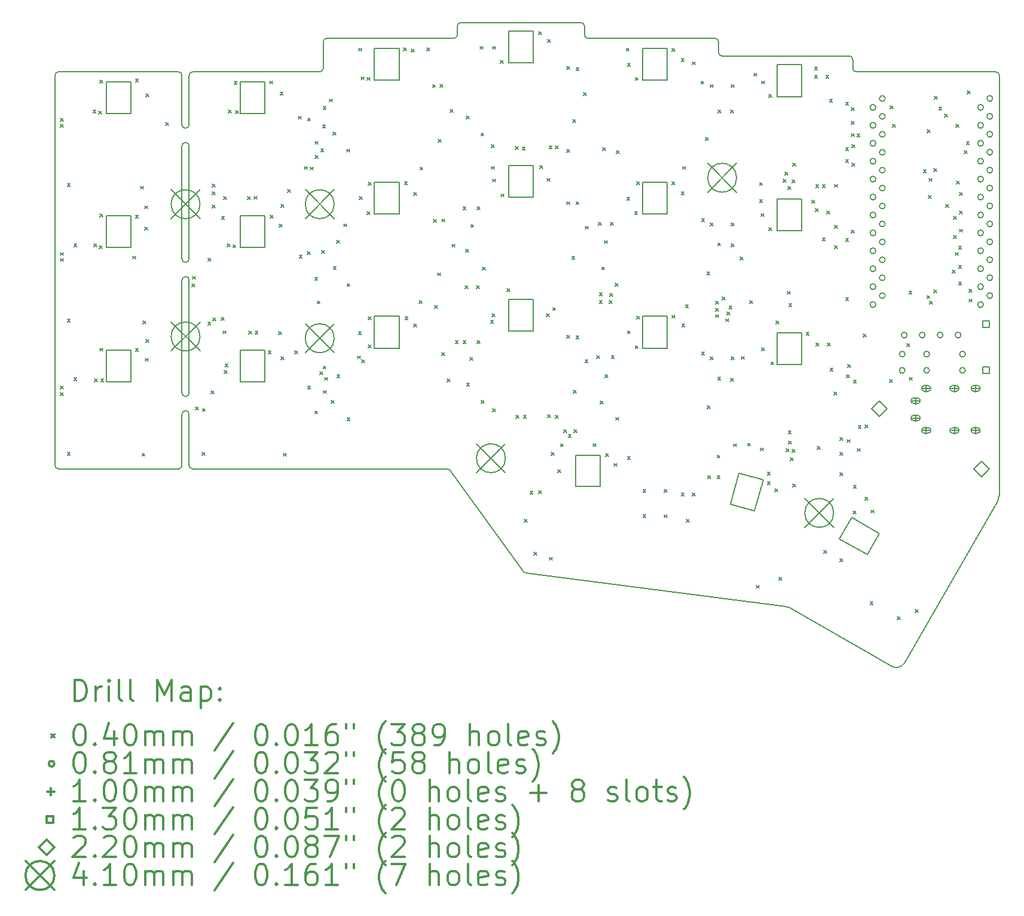
<source format=gbr>
%FSLAX45Y45*%
G04 Gerber Fmt 4.5, Leading zero omitted, Abs format (unit mm)*
G04 Created by KiCad (PCBNEW 5.1.5+dfsg1-2~bpo10+1) date 2020-09-05 13:18:22*
%MOMM*%
%LPD*%
G04 APERTURE LIST*
%TA.AperFunction,Profile*%
%ADD10C,0.150000*%
%TD*%
%ADD11C,0.200000*%
%ADD12C,0.300000*%
G04 APERTURE END LIST*
D10*
X19475000Y-12797500D02*
G75*
G02X19452276Y-12884770I-170224J-2270D01*
G01*
X18129726Y-15178146D02*
G75*
G02X17936925Y-15216096I-115301J77051D01*
G01*
X16442056Y-14377034D02*
G75*
G02X16507500Y-14390000I-33315J-339810D01*
G01*
X18130000Y-15177500D02*
X19452500Y-12885000D01*
X16507500Y-14390000D02*
X17940000Y-15217500D01*
X12775000Y-13900000D02*
X16445000Y-14377500D01*
X12739645Y-13885355D02*
G75*
G03X12775000Y-13900000I35355J35355D01*
G01*
X11685000Y-12440000D02*
X12740000Y-13885000D01*
X17400000Y-6625000D02*
X17400000Y-6750000D01*
X17400000Y-6625000D02*
G75*
G03X17350000Y-6575000I-50000J0D01*
G01*
X17400000Y-6750000D02*
G75*
G03X17450000Y-6800000I50000J0D01*
G01*
X19425000Y-6800000D02*
X17450000Y-6800000D01*
X11685355Y-12439645D02*
G75*
G03X11650000Y-12425000I-35355J-35355D01*
G01*
X6100000Y-12375000D02*
G75*
G03X6150000Y-12425000I50000J0D01*
G01*
X6150000Y-6800000D02*
G75*
G03X6100000Y-6850000I0J-50000D01*
G01*
X7850000Y-12425000D02*
G75*
G03X7900000Y-12375000I0J50000D01*
G01*
X8000000Y-12375000D02*
G75*
G03X8050000Y-12425000I50000J0D01*
G01*
X7950000Y-11600000D02*
G75*
G03X7900000Y-11650000I0J-50000D01*
G01*
X8000000Y-11650000D02*
G75*
G03X7950000Y-11600000I-50000J0D01*
G01*
X7950000Y-11400000D02*
G75*
G03X8000000Y-11350000I0J50000D01*
G01*
X7900000Y-11350000D02*
G75*
G03X7950000Y-11400000I50000J0D01*
G01*
X7950000Y-9700000D02*
G75*
G03X7900000Y-9750000I0J-50000D01*
G01*
X8000000Y-9750000D02*
G75*
G03X7950000Y-9700000I-50000J0D01*
G01*
X7900000Y-9450000D02*
G75*
G03X7950000Y-9500000I50000J0D01*
G01*
X7950000Y-9500000D02*
G75*
G03X8000000Y-9450000I0J50000D01*
G01*
X7900000Y-6850000D02*
G75*
G03X7850000Y-6800000I-50000J0D01*
G01*
X8050000Y-6800000D02*
G75*
G03X8000000Y-6850000I0J-50000D01*
G01*
X8000000Y-7850000D02*
G75*
G03X7950000Y-7800000I-50000J0D01*
G01*
X7950000Y-7800000D02*
G75*
G03X7900000Y-7850000I0J-50000D01*
G01*
X7950000Y-7600000D02*
G75*
G03X8000000Y-7550000I0J50000D01*
G01*
X7900000Y-7550000D02*
G75*
G03X7950000Y-7600000I50000J0D01*
G01*
X9850000Y-6800000D02*
G75*
G03X9900000Y-6750000I0J50000D01*
G01*
X9950000Y-6325000D02*
G75*
G03X9900000Y-6375000I0J-50000D01*
G01*
X11750000Y-6325000D02*
G75*
G03X11800000Y-6275000I0J50000D01*
G01*
X11850000Y-6100000D02*
G75*
G03X11800000Y-6150000I0J-50000D01*
G01*
X13600000Y-6150000D02*
G75*
G03X13550000Y-6100000I-50000J0D01*
G01*
X13600000Y-6275000D02*
G75*
G03X13650000Y-6325000I50000J0D01*
G01*
X15500000Y-6375000D02*
G75*
G03X15450000Y-6325000I-50000J0D01*
G01*
X15500000Y-6525000D02*
G75*
G03X15550000Y-6575000I50000J0D01*
G01*
X19475000Y-6850000D02*
G75*
G03X19425000Y-6800000I-50000J0D01*
G01*
X13825000Y-12230000D02*
X13475000Y-12230000D01*
X19475000Y-6850000D02*
X19475000Y-12797500D01*
X7900000Y-12375000D02*
X7900000Y-11650000D01*
X11650000Y-12425000D02*
X8050000Y-12425000D01*
X8000000Y-11650000D02*
X8000000Y-12375000D01*
X7900000Y-11350000D02*
X7900000Y-9750000D01*
X8000000Y-9750000D02*
X8000000Y-11350000D01*
X8000000Y-9450000D02*
X8000000Y-7850000D01*
X7900000Y-7850000D02*
X7900000Y-9450000D01*
X7850000Y-6800000D02*
X6150000Y-6800000D01*
X8000000Y-7550000D02*
X8000000Y-6850000D01*
X7900000Y-6850000D02*
X7900000Y-7550000D01*
X17390000Y-13110000D02*
X17210000Y-13420000D01*
X17780000Y-13340000D02*
X17390000Y-13110000D01*
X17610000Y-13640000D02*
X17780000Y-13340000D01*
X17210000Y-13420000D02*
X17610000Y-13640000D01*
X16130000Y-12580000D02*
X15790000Y-12490000D01*
X16010000Y-13020000D02*
X16130000Y-12580000D01*
X15670000Y-12930000D02*
X16010000Y-13020000D01*
X15790000Y-12490000D02*
X15670000Y-12930000D01*
X13825000Y-12675000D02*
X13825000Y-12230000D01*
X13475000Y-12675000D02*
X13825000Y-12675000D01*
X13475000Y-12235000D02*
X13475000Y-12675000D01*
X16675000Y-10500000D02*
X16325000Y-10500000D01*
X16675000Y-10950000D02*
X16675000Y-10500000D01*
X16325000Y-10950000D02*
X16675000Y-10950000D01*
X16325000Y-10500000D02*
X16325000Y-10950000D01*
X14775000Y-10265000D02*
X14425000Y-10265000D01*
X14775000Y-10715000D02*
X14775000Y-10265000D01*
X14425000Y-10715000D02*
X14775000Y-10715000D01*
X14425000Y-10265000D02*
X14425000Y-10710000D01*
X12875000Y-10025000D02*
X12525000Y-10025000D01*
X12875000Y-10475000D02*
X12875000Y-10030000D01*
X12525000Y-10475000D02*
X12875000Y-10475000D01*
X12525000Y-10030000D02*
X12525000Y-10475000D01*
X10975000Y-10265000D02*
X10625000Y-10265000D01*
X10975000Y-10715000D02*
X10975000Y-10265000D01*
X10625000Y-10715000D02*
X10975000Y-10715000D01*
X10625000Y-10265000D02*
X10625000Y-10710000D01*
X16675000Y-8600000D02*
X16325000Y-8600000D01*
X16675000Y-9050000D02*
X16675000Y-8600000D01*
X16325000Y-9050000D02*
X16675000Y-9050000D01*
X16325000Y-8600000D02*
X16325000Y-9050000D01*
X14775000Y-8365000D02*
X14425000Y-8365000D01*
X14775000Y-8815000D02*
X14775000Y-8365000D01*
X14425000Y-8815000D02*
X14775000Y-8815000D01*
X14425000Y-8365000D02*
X14425000Y-8810000D01*
X12875000Y-8125000D02*
X12525000Y-8125000D01*
X12875000Y-8575000D02*
X12875000Y-8130000D01*
X12525000Y-8575000D02*
X12875000Y-8575000D01*
X12525000Y-8130000D02*
X12525000Y-8575000D01*
X10975000Y-8365000D02*
X10625000Y-8365000D01*
X10975000Y-8815000D02*
X10975000Y-8365000D01*
X10625000Y-8815000D02*
X10975000Y-8815000D01*
X10625000Y-8365000D02*
X10625000Y-8810000D01*
X16675000Y-6700000D02*
X16325000Y-6700000D01*
X16675000Y-7150000D02*
X16675000Y-6700000D01*
X16325000Y-7150000D02*
X16675000Y-7150000D01*
X16325000Y-6700000D02*
X16325000Y-7150000D01*
X14775000Y-6465000D02*
X14425000Y-6465000D01*
X14775000Y-6915000D02*
X14775000Y-6465000D01*
X14425000Y-6915000D02*
X14775000Y-6915000D01*
X14425000Y-6465000D02*
X14425000Y-6910000D01*
X12875000Y-6225000D02*
X12525000Y-6225000D01*
X12875000Y-6675000D02*
X12875000Y-6225000D01*
X12525000Y-6675000D02*
X12875000Y-6675000D01*
X12525000Y-6225000D02*
X12525000Y-6670000D01*
X10975000Y-6465000D02*
X10625000Y-6465000D01*
X10975000Y-6915000D02*
X10975000Y-6465000D01*
X10625000Y-6915000D02*
X10975000Y-6915000D01*
X10625000Y-6465000D02*
X10625000Y-6910000D01*
X9075000Y-10740000D02*
X8725000Y-10740000D01*
X9075000Y-11190000D02*
X9075000Y-10740000D01*
X8725000Y-11190000D02*
X9075000Y-11190000D01*
X8725000Y-10740000D02*
X8725000Y-11190000D01*
X7175000Y-10740000D02*
X6825000Y-10740000D01*
X7175000Y-11190000D02*
X7175000Y-10740000D01*
X6825000Y-11190000D02*
X7175000Y-11190000D01*
X6825000Y-10740000D02*
X6825000Y-11190000D01*
X9075000Y-8840000D02*
X8725000Y-8840000D01*
X9075000Y-9290000D02*
X9075000Y-8840000D01*
X8725000Y-9290000D02*
X9075000Y-9290000D01*
X8725000Y-8840000D02*
X8725000Y-9290000D01*
X7175000Y-8840000D02*
X6825000Y-8840000D01*
X7175000Y-9290000D02*
X7175000Y-8840000D01*
X6825000Y-9290000D02*
X7175000Y-9290000D01*
X6825000Y-8840000D02*
X6825000Y-9290000D01*
X9075000Y-6940000D02*
X8725000Y-6940000D01*
X9075000Y-7390000D02*
X9075000Y-6940000D01*
X8725000Y-7390000D02*
X9075000Y-7390000D01*
X8725000Y-6940000D02*
X8725000Y-7390000D01*
X7175000Y-6940000D02*
X6825000Y-6940000D01*
X7175000Y-7390000D02*
X7175000Y-6940000D01*
X6825000Y-7390000D02*
X7175000Y-7390000D01*
X6825000Y-6940000D02*
X6825000Y-7390000D01*
X6150000Y-12425000D02*
X7850000Y-12425000D01*
X6100000Y-6850000D02*
X6100000Y-12375000D01*
X9850000Y-6800000D02*
X8050000Y-6800000D01*
X9900000Y-6375000D02*
X9900000Y-6750000D01*
X11750000Y-6325000D02*
X9950000Y-6325000D01*
X11800000Y-6150000D02*
X11800000Y-6275000D01*
X13550000Y-6100000D02*
X11850000Y-6100000D01*
X13600000Y-6275000D02*
X13600000Y-6150000D01*
X15450000Y-6325000D02*
X13650000Y-6325000D01*
X15500000Y-6525000D02*
X15500000Y-6375000D01*
X17350000Y-6575000D02*
X15550000Y-6575000D01*
D11*
X6180000Y-7460000D02*
X6220000Y-7500000D01*
X6220000Y-7460000D02*
X6180000Y-7500000D01*
X6180000Y-7545000D02*
X6220000Y-7585000D01*
X6220000Y-7545000D02*
X6180000Y-7585000D01*
X6180000Y-9360000D02*
X6220000Y-9400000D01*
X6220000Y-9360000D02*
X6180000Y-9400000D01*
X6180000Y-9445000D02*
X6220000Y-9485000D01*
X6220000Y-9445000D02*
X6180000Y-9485000D01*
X6180000Y-11255000D02*
X6220000Y-11295000D01*
X6220000Y-11255000D02*
X6180000Y-11295000D01*
X6180000Y-11345000D02*
X6220000Y-11385000D01*
X6220000Y-11345000D02*
X6180000Y-11385000D01*
X6275000Y-8385000D02*
X6315000Y-8425000D01*
X6315000Y-8385000D02*
X6275000Y-8425000D01*
X6275000Y-10305000D02*
X6315000Y-10345000D01*
X6315000Y-10305000D02*
X6275000Y-10345000D01*
X6275000Y-12190000D02*
X6315000Y-12230000D01*
X6315000Y-12190000D02*
X6275000Y-12230000D01*
X6370000Y-9235000D02*
X6410000Y-9275000D01*
X6410000Y-9235000D02*
X6370000Y-9275000D01*
X6370000Y-11135000D02*
X6410000Y-11175000D01*
X6410000Y-11135000D02*
X6370000Y-11175000D01*
X6640000Y-7340000D02*
X6680000Y-7380000D01*
X6680000Y-7340000D02*
X6640000Y-7380000D01*
X6650000Y-9240000D02*
X6690000Y-9280000D01*
X6690000Y-9240000D02*
X6650000Y-9280000D01*
X6660000Y-11150000D02*
X6700000Y-11190000D01*
X6700000Y-11150000D02*
X6660000Y-11190000D01*
X6720000Y-7360000D02*
X6760000Y-7400000D01*
X6760000Y-7360000D02*
X6720000Y-7400000D01*
X6730000Y-9260000D02*
X6770000Y-9300000D01*
X6770000Y-9260000D02*
X6730000Y-9300000D01*
X6738000Y-10715000D02*
X6778000Y-10755000D01*
X6778000Y-10715000D02*
X6738000Y-10755000D01*
X6739000Y-6915000D02*
X6779000Y-6955000D01*
X6779000Y-6915000D02*
X6739000Y-6955000D01*
X6739000Y-8817000D02*
X6779000Y-8857000D01*
X6779000Y-8817000D02*
X6739000Y-8857000D01*
X6750000Y-11150000D02*
X6790000Y-11190000D01*
X6790000Y-11150000D02*
X6750000Y-11190000D01*
X7200000Y-9410000D02*
X7240000Y-9450000D01*
X7240000Y-9410000D02*
X7200000Y-9450000D01*
X7240000Y-6900000D02*
X7280000Y-6940000D01*
X7280000Y-6900000D02*
X7240000Y-6940000D01*
X7240000Y-8830000D02*
X7280000Y-8870000D01*
X7280000Y-8830000D02*
X7240000Y-8870000D01*
X7240000Y-10720000D02*
X7280000Y-10760000D01*
X7280000Y-10720000D02*
X7240000Y-10760000D01*
X7315000Y-8420000D02*
X7355000Y-8460000D01*
X7355000Y-8420000D02*
X7315000Y-8460000D01*
X7335000Y-12205000D02*
X7375000Y-12245000D01*
X7375000Y-12205000D02*
X7335000Y-12245000D01*
X7345000Y-10330000D02*
X7385000Y-10370000D01*
X7385000Y-10330000D02*
X7345000Y-10370000D01*
X7370000Y-8700000D02*
X7410000Y-8740000D01*
X7410000Y-8700000D02*
X7370000Y-8740000D01*
X7370000Y-9000000D02*
X7410000Y-9040000D01*
X7410000Y-9000000D02*
X7370000Y-9040000D01*
X7380000Y-10860000D02*
X7420000Y-10900000D01*
X7420000Y-10860000D02*
X7380000Y-10900000D01*
X7390000Y-7110000D02*
X7430000Y-7150000D01*
X7430000Y-7110000D02*
X7390000Y-7150000D01*
X7390000Y-10590000D02*
X7430000Y-10630000D01*
X7430000Y-10590000D02*
X7390000Y-10630000D01*
X7670000Y-7520000D02*
X7710000Y-7560000D01*
X7710000Y-7520000D02*
X7670000Y-7560000D01*
X8040000Y-9805000D02*
X8080000Y-9845000D01*
X8080000Y-9805000D02*
X8040000Y-9845000D01*
X8050000Y-9700000D02*
X8090000Y-9740000D01*
X8090000Y-9700000D02*
X8050000Y-9740000D01*
X8090000Y-11550000D02*
X8130000Y-11590000D01*
X8130000Y-11550000D02*
X8090000Y-11590000D01*
X8185000Y-12190000D02*
X8225000Y-12230000D01*
X8225000Y-12190000D02*
X8185000Y-12230000D01*
X8190000Y-11570000D02*
X8230000Y-11610000D01*
X8230000Y-11570000D02*
X8190000Y-11610000D01*
X8265000Y-10345000D02*
X8305000Y-10385000D01*
X8305000Y-10345000D02*
X8265000Y-10385000D01*
X8270000Y-9440000D02*
X8310000Y-9480000D01*
X8310000Y-9440000D02*
X8270000Y-9480000D01*
X8310000Y-11320000D02*
X8350000Y-11360000D01*
X8350000Y-11320000D02*
X8310000Y-11360000D01*
X8330000Y-8390000D02*
X8370000Y-8430000D01*
X8370000Y-8390000D02*
X8330000Y-8430000D01*
X8330000Y-8500000D02*
X8370000Y-8540000D01*
X8370000Y-8500000D02*
X8330000Y-8540000D01*
X8330000Y-8690000D02*
X8370000Y-8730000D01*
X8370000Y-8690000D02*
X8330000Y-8730000D01*
X8340000Y-10285000D02*
X8380000Y-10325000D01*
X8380000Y-10285000D02*
X8340000Y-10325000D01*
X8455000Y-10280000D02*
X8495000Y-10320000D01*
X8495000Y-10280000D02*
X8455000Y-10320000D01*
X8460000Y-8850000D02*
X8500000Y-8890000D01*
X8500000Y-8850000D02*
X8460000Y-8890000D01*
X8480000Y-10470000D02*
X8520000Y-10510000D01*
X8520000Y-10470000D02*
X8480000Y-10510000D01*
X8490000Y-8570000D02*
X8530000Y-8610000D01*
X8530000Y-8570000D02*
X8490000Y-8610000D01*
X8500000Y-11030000D02*
X8540000Y-11070000D01*
X8540000Y-11030000D02*
X8500000Y-11070000D01*
X8510000Y-10940000D02*
X8550000Y-10980000D01*
X8550000Y-10940000D02*
X8510000Y-10980000D01*
X8540000Y-9240000D02*
X8580000Y-9280000D01*
X8580000Y-9240000D02*
X8540000Y-9280000D01*
X8560000Y-7340000D02*
X8600000Y-7380000D01*
X8600000Y-7340000D02*
X8560000Y-7380000D01*
X8620000Y-9250000D02*
X8660000Y-9290000D01*
X8660000Y-9250000D02*
X8620000Y-9290000D01*
X8639000Y-6933000D02*
X8679000Y-6973000D01*
X8679000Y-6933000D02*
X8639000Y-6973000D01*
X8660000Y-7350000D02*
X8700000Y-7390000D01*
X8700000Y-7350000D02*
X8660000Y-7390000D01*
X8827500Y-8567500D02*
X8867500Y-8607500D01*
X8867500Y-8567500D02*
X8827500Y-8607500D01*
X8847500Y-10475000D02*
X8887500Y-10515000D01*
X8887500Y-10475000D02*
X8847500Y-10515000D01*
X8922500Y-8565000D02*
X8962500Y-8605000D01*
X8962500Y-8565000D02*
X8922500Y-8605000D01*
X8935000Y-10472500D02*
X8975000Y-10512500D01*
X8975000Y-10472500D02*
X8935000Y-10512500D01*
X9120000Y-10750000D02*
X9160000Y-10790000D01*
X9160000Y-10750000D02*
X9120000Y-10790000D01*
X9140000Y-6930000D02*
X9180000Y-6970000D01*
X9180000Y-6930000D02*
X9140000Y-6970000D01*
X9150000Y-8830000D02*
X9190000Y-8870000D01*
X9190000Y-8830000D02*
X9150000Y-8870000D01*
X9270000Y-10480000D02*
X9310000Y-10520000D01*
X9310000Y-10480000D02*
X9270000Y-10520000D01*
X9280000Y-8960000D02*
X9320000Y-9000000D01*
X9320000Y-8960000D02*
X9280000Y-9000000D01*
X9290000Y-7090000D02*
X9330000Y-7130000D01*
X9330000Y-7090000D02*
X9290000Y-7130000D01*
X9300000Y-8680000D02*
X9340000Y-8720000D01*
X9340000Y-8680000D02*
X9300000Y-8720000D01*
X9300000Y-10840000D02*
X9340000Y-10880000D01*
X9340000Y-10840000D02*
X9300000Y-10880000D01*
X9335000Y-12205000D02*
X9375000Y-12245000D01*
X9375000Y-12205000D02*
X9335000Y-12245000D01*
X9395000Y-8470000D02*
X9435000Y-8510000D01*
X9435000Y-8470000D02*
X9395000Y-8510000D01*
X9500000Y-10750000D02*
X9540000Y-10790000D01*
X9540000Y-10750000D02*
X9500000Y-10790000D01*
X9550000Y-7430000D02*
X9590000Y-7470000D01*
X9590000Y-7430000D02*
X9550000Y-7470000D01*
X9560000Y-9400000D02*
X9600000Y-9440000D01*
X9600000Y-9400000D02*
X9560000Y-9440000D01*
X9630000Y-8140000D02*
X9670000Y-8180000D01*
X9670000Y-8140000D02*
X9630000Y-8180000D01*
X9675000Y-9350000D02*
X9715000Y-9390000D01*
X9715000Y-9350000D02*
X9675000Y-9390000D01*
X9680000Y-7455000D02*
X9720000Y-7495000D01*
X9720000Y-7455000D02*
X9680000Y-7495000D01*
X9680000Y-11250000D02*
X9720000Y-11290000D01*
X9720000Y-11250000D02*
X9680000Y-11290000D01*
X9715000Y-8150000D02*
X9755000Y-8190000D01*
X9755000Y-8150000D02*
X9715000Y-8190000D01*
X9780000Y-9710000D02*
X9820000Y-9750000D01*
X9820000Y-9710000D02*
X9780000Y-9750000D01*
X9780000Y-11605000D02*
X9820000Y-11645000D01*
X9820000Y-11605000D02*
X9780000Y-11645000D01*
X9785000Y-7785000D02*
X9825000Y-7825000D01*
X9825000Y-7785000D02*
X9785000Y-7825000D01*
X9785000Y-7985000D02*
X9825000Y-8025000D01*
X9825000Y-7985000D02*
X9785000Y-8025000D01*
X9815000Y-10045000D02*
X9855000Y-10085000D01*
X9855000Y-10045000D02*
X9815000Y-10085000D01*
X9850000Y-11050000D02*
X9890000Y-11090000D01*
X9890000Y-11050000D02*
X9850000Y-11090000D01*
X9865000Y-7890000D02*
X9905000Y-7930000D01*
X9905000Y-7890000D02*
X9865000Y-7930000D01*
X9878000Y-9333000D02*
X9918000Y-9373000D01*
X9918000Y-9333000D02*
X9878000Y-9373000D01*
X9890000Y-7550000D02*
X9930000Y-7590000D01*
X9930000Y-7550000D02*
X9890000Y-7590000D01*
X9900000Y-7290000D02*
X9940000Y-7330000D01*
X9940000Y-7290000D02*
X9900000Y-7330000D01*
X9900000Y-10970000D02*
X9940000Y-11010000D01*
X9940000Y-10970000D02*
X9900000Y-11010000D01*
X9905000Y-11315000D02*
X9945000Y-11355000D01*
X9945000Y-11315000D02*
X9905000Y-11355000D01*
X9920000Y-11130000D02*
X9960000Y-11170000D01*
X9960000Y-11130000D02*
X9920000Y-11170000D01*
X9990000Y-7185000D02*
X10030000Y-7225000D01*
X10030000Y-7185000D02*
X9990000Y-7225000D01*
X10015000Y-11453000D02*
X10055000Y-11493000D01*
X10055000Y-11453000D02*
X10015000Y-11493000D01*
X10038000Y-7652000D02*
X10078000Y-7692000D01*
X10078000Y-7652000D02*
X10038000Y-7692000D01*
X10044000Y-9561000D02*
X10084000Y-9601000D01*
X10084000Y-9561000D02*
X10044000Y-9601000D01*
X10091000Y-9187000D02*
X10131000Y-9227000D01*
X10131000Y-9187000D02*
X10091000Y-9227000D01*
X10095000Y-11090000D02*
X10135000Y-11130000D01*
X10135000Y-11090000D02*
X10095000Y-11130000D01*
X10194000Y-8955000D02*
X10234000Y-8995000D01*
X10234000Y-8955000D02*
X10194000Y-8995000D01*
X10234000Y-7895000D02*
X10274000Y-7935000D01*
X10274000Y-7895000D02*
X10234000Y-7935000D01*
X10237000Y-9801000D02*
X10277000Y-9841000D01*
X10277000Y-9801000D02*
X10237000Y-9841000D01*
X10237000Y-11704000D02*
X10277000Y-11744000D01*
X10277000Y-11704000D02*
X10237000Y-11744000D01*
X10388501Y-10825380D02*
X10428501Y-10865380D01*
X10428501Y-10825380D02*
X10388501Y-10865380D01*
X10400000Y-10480000D02*
X10440000Y-10520000D01*
X10440000Y-10480000D02*
X10400000Y-10520000D01*
X10401000Y-6465000D02*
X10441000Y-6505000D01*
X10441000Y-6465000D02*
X10401000Y-6505000D01*
X10410000Y-8570000D02*
X10450000Y-8610000D01*
X10450000Y-8570000D02*
X10410000Y-8610000D01*
X10440000Y-6870000D02*
X10480000Y-6910000D01*
X10480000Y-6870000D02*
X10440000Y-6910000D01*
X10444000Y-10883000D02*
X10484000Y-10923000D01*
X10484000Y-10883000D02*
X10444000Y-10923000D01*
X10520000Y-6880000D02*
X10560000Y-6920000D01*
X10560000Y-6880000D02*
X10520000Y-6920000D01*
X10520000Y-8780000D02*
X10560000Y-8820000D01*
X10560000Y-8780000D02*
X10520000Y-8820000D01*
X10540000Y-10670000D02*
X10580000Y-10710000D01*
X10580000Y-10670000D02*
X10540000Y-10710000D01*
X10541000Y-8364000D02*
X10581000Y-8404000D01*
X10581000Y-8364000D02*
X10541000Y-8404000D01*
X10541000Y-10269000D02*
X10581000Y-10309000D01*
X10581000Y-10269000D02*
X10541000Y-10309000D01*
X11040000Y-6460000D02*
X11080000Y-6500000D01*
X11080000Y-6460000D02*
X11040000Y-6500000D01*
X11050000Y-8360000D02*
X11090000Y-8400000D01*
X11090000Y-8360000D02*
X11050000Y-8400000D01*
X11060000Y-10270000D02*
X11100000Y-10310000D01*
X11100000Y-10270000D02*
X11060000Y-10310000D01*
X11150000Y-6480000D02*
X11190000Y-6520000D01*
X11190000Y-6480000D02*
X11150000Y-6520000D01*
X11180000Y-8510000D02*
X11220000Y-8550000D01*
X11220000Y-8510000D02*
X11180000Y-8550000D01*
X11180000Y-10370000D02*
X11220000Y-10410000D01*
X11220000Y-10370000D02*
X11180000Y-10410000D01*
X11260000Y-10040000D02*
X11300000Y-10080000D01*
X11300000Y-10040000D02*
X11260000Y-10080000D01*
X11270000Y-8150000D02*
X11310000Y-8190000D01*
X11310000Y-8150000D02*
X11270000Y-8190000D01*
X11370000Y-6460000D02*
X11410000Y-6500000D01*
X11410000Y-6460000D02*
X11370000Y-6500000D01*
X11450000Y-6980000D02*
X11490000Y-7020000D01*
X11490000Y-6980000D02*
X11450000Y-7020000D01*
X11460000Y-8890000D02*
X11500000Y-8930000D01*
X11500000Y-8890000D02*
X11460000Y-8930000D01*
X11477500Y-10112500D02*
X11517500Y-10152500D01*
X11517500Y-10112500D02*
X11477500Y-10152500D01*
X11522000Y-9647000D02*
X11562000Y-9687000D01*
X11562000Y-9647000D02*
X11522000Y-9687000D01*
X11528000Y-7758000D02*
X11568000Y-7798000D01*
X11568000Y-7758000D02*
X11528000Y-7798000D01*
X11555000Y-6975000D02*
X11595000Y-7015000D01*
X11595000Y-6975000D02*
X11555000Y-7015000D01*
X11580000Y-8885000D02*
X11620000Y-8925000D01*
X11620000Y-8885000D02*
X11580000Y-8925000D01*
X11580000Y-10780000D02*
X11620000Y-10820000D01*
X11620000Y-10780000D02*
X11580000Y-10820000D01*
X11659000Y-11150000D02*
X11699000Y-11190000D01*
X11699000Y-11150000D02*
X11659000Y-11190000D01*
X11698000Y-7331000D02*
X11738000Y-7371000D01*
X11738000Y-7331000D02*
X11698000Y-7371000D01*
X11726000Y-9242000D02*
X11766000Y-9282000D01*
X11766000Y-9242000D02*
X11726000Y-9282000D01*
X11770000Y-10610000D02*
X11810000Y-10650000D01*
X11810000Y-10610000D02*
X11770000Y-10650000D01*
X11880000Y-8710000D02*
X11920000Y-8750000D01*
X11920000Y-8710000D02*
X11880000Y-8750000D01*
X11880000Y-10610000D02*
X11920000Y-10650000D01*
X11920000Y-10610000D02*
X11880000Y-10650000D01*
X11910000Y-9830000D02*
X11950000Y-9870000D01*
X11950000Y-9830000D02*
X11910000Y-9870000D01*
X11920000Y-9315000D02*
X11960000Y-9355000D01*
X11960000Y-9315000D02*
X11920000Y-9355000D01*
X11925000Y-7425000D02*
X11965000Y-7465000D01*
X11965000Y-7425000D02*
X11925000Y-7465000D01*
X11932000Y-11210000D02*
X11972000Y-11250000D01*
X11972000Y-11210000D02*
X11932000Y-11250000D01*
X11977000Y-10849000D02*
X12017000Y-10889000D01*
X12017000Y-10849000D02*
X11977000Y-10889000D01*
X11991000Y-8963000D02*
X12031000Y-9003000D01*
X12031000Y-8963000D02*
X11991000Y-9003000D01*
X12070000Y-9830000D02*
X12110000Y-9870000D01*
X12110000Y-9830000D02*
X12070000Y-9870000D01*
X12080000Y-8710000D02*
X12120000Y-8750000D01*
X12120000Y-8710000D02*
X12080000Y-8750000D01*
X12080000Y-10610000D02*
X12120000Y-10650000D01*
X12120000Y-10610000D02*
X12080000Y-10650000D01*
X12120000Y-6440000D02*
X12160000Y-6480000D01*
X12160000Y-6440000D02*
X12120000Y-6480000D01*
X12135000Y-7666000D02*
X12175000Y-7706000D01*
X12175000Y-7666000D02*
X12135000Y-7706000D01*
X12139000Y-11458000D02*
X12179000Y-11498000D01*
X12179000Y-11458000D02*
X12139000Y-11498000D01*
X12153000Y-9569000D02*
X12193000Y-9609000D01*
X12193000Y-9569000D02*
X12153000Y-9609000D01*
X12270000Y-10320000D02*
X12310000Y-10360000D01*
X12310000Y-10320000D02*
X12270000Y-10360000D01*
X12280000Y-7830000D02*
X12320000Y-7870000D01*
X12320000Y-7830000D02*
X12280000Y-7870000D01*
X12280000Y-8140000D02*
X12320000Y-8180000D01*
X12320000Y-8140000D02*
X12280000Y-8180000D01*
X12290000Y-10230000D02*
X12330000Y-10270000D01*
X12330000Y-10230000D02*
X12290000Y-10270000D01*
X12300000Y-6440000D02*
X12340000Y-6480000D01*
X12340000Y-6440000D02*
X12300000Y-6480000D01*
X12300000Y-8320000D02*
X12340000Y-8360000D01*
X12340000Y-8320000D02*
X12300000Y-8360000D01*
X12302500Y-11572500D02*
X12342500Y-11612500D01*
X12342500Y-11572500D02*
X12302500Y-11612500D01*
X12410000Y-6640000D02*
X12450000Y-6680000D01*
X12450000Y-6640000D02*
X12410000Y-6680000D01*
X12420000Y-8530000D02*
X12460000Y-8570000D01*
X12460000Y-8530000D02*
X12420000Y-8570000D01*
X12500000Y-9870000D02*
X12540000Y-9910000D01*
X12540000Y-9870000D02*
X12500000Y-9910000D01*
X12622500Y-7857500D02*
X12662500Y-7897500D01*
X12662500Y-7857500D02*
X12622500Y-7897500D01*
X12632500Y-11667500D02*
X12672500Y-11707500D01*
X12672500Y-11667500D02*
X12632500Y-11707500D01*
X12720000Y-7867500D02*
X12760000Y-7907500D01*
X12760000Y-7867500D02*
X12720000Y-7907500D01*
X12735000Y-11665000D02*
X12775000Y-11705000D01*
X12775000Y-11665000D02*
X12735000Y-11705000D01*
X12746000Y-13142000D02*
X12786000Y-13182000D01*
X12786000Y-13142000D02*
X12746000Y-13182000D01*
X12830000Y-12740000D02*
X12870000Y-12780000D01*
X12870000Y-12740000D02*
X12830000Y-12780000D01*
X12883000Y-13606000D02*
X12923000Y-13646000D01*
X12923000Y-13606000D02*
X12883000Y-13646000D01*
X12950000Y-6230000D02*
X12990000Y-6270000D01*
X12990000Y-6230000D02*
X12950000Y-6270000D01*
X12951000Y-12736000D02*
X12991000Y-12776000D01*
X12991000Y-12736000D02*
X12951000Y-12776000D01*
X12970000Y-8130000D02*
X13010000Y-8170000D01*
X13010000Y-8130000D02*
X12970000Y-8170000D01*
X13060000Y-10230000D02*
X13100000Y-10270000D01*
X13100000Y-10230000D02*
X13060000Y-10270000D01*
X13070000Y-8310000D02*
X13110000Y-8350000D01*
X13110000Y-8310000D02*
X13070000Y-8350000D01*
X13080000Y-6340000D02*
X13120000Y-6380000D01*
X13120000Y-6340000D02*
X13080000Y-6380000D01*
X13080000Y-11660000D02*
X13120000Y-11700000D01*
X13120000Y-11660000D02*
X13080000Y-11700000D01*
X13100000Y-7850000D02*
X13140000Y-7890000D01*
X13140000Y-7850000D02*
X13100000Y-7890000D01*
X13103000Y-13679000D02*
X13143000Y-13719000D01*
X13143000Y-13679000D02*
X13103000Y-13719000D01*
X13130000Y-12190000D02*
X13170000Y-12230000D01*
X13170000Y-12190000D02*
X13130000Y-12230000D01*
X13150000Y-10140000D02*
X13190000Y-10180000D01*
X13190000Y-10140000D02*
X13150000Y-10180000D01*
X13190000Y-7850000D02*
X13230000Y-7890000D01*
X13230000Y-7850000D02*
X13190000Y-7890000D01*
X13190000Y-11670000D02*
X13230000Y-11710000D01*
X13230000Y-11670000D02*
X13190000Y-11710000D01*
X13220000Y-12440000D02*
X13260000Y-12480000D01*
X13260000Y-12440000D02*
X13220000Y-12480000D01*
X13260000Y-12070000D02*
X13300000Y-12110000D01*
X13300000Y-12070000D02*
X13260000Y-12110000D01*
X13306000Y-11870000D02*
X13346000Y-11910000D01*
X13346000Y-11870000D02*
X13306000Y-11910000D01*
X13350000Y-6720000D02*
X13390000Y-6760000D01*
X13390000Y-6720000D02*
X13350000Y-6760000D01*
X13350000Y-7900000D02*
X13390000Y-7940000D01*
X13390000Y-7900000D02*
X13350000Y-7940000D01*
X13350000Y-8640000D02*
X13390000Y-8680000D01*
X13390000Y-8640000D02*
X13350000Y-8680000D01*
X13350000Y-10530000D02*
X13390000Y-10570000D01*
X13390000Y-10530000D02*
X13350000Y-10570000D01*
X13370000Y-11940000D02*
X13410000Y-11980000D01*
X13410000Y-11940000D02*
X13370000Y-11980000D01*
X13422000Y-9415000D02*
X13462000Y-9455000D01*
X13462000Y-9415000D02*
X13422000Y-9455000D01*
X13434000Y-7474000D02*
X13474000Y-7514000D01*
X13474000Y-7474000D02*
X13434000Y-7514000D01*
X13445000Y-11314000D02*
X13485000Y-11354000D01*
X13485000Y-11314000D02*
X13445000Y-11354000D01*
X13450000Y-11870000D02*
X13490000Y-11910000D01*
X13490000Y-11870000D02*
X13450000Y-11910000D01*
X13480000Y-6740000D02*
X13520000Y-6780000D01*
X13520000Y-6740000D02*
X13480000Y-6780000D01*
X13480000Y-8640000D02*
X13520000Y-8680000D01*
X13520000Y-8640000D02*
X13480000Y-8680000D01*
X13480000Y-10540000D02*
X13520000Y-10580000D01*
X13520000Y-10540000D02*
X13480000Y-10580000D01*
X13585000Y-7093000D02*
X13625000Y-7133000D01*
X13625000Y-7093000D02*
X13585000Y-7133000D01*
X13608000Y-10881000D02*
X13648000Y-10921000D01*
X13648000Y-10881000D02*
X13608000Y-10921000D01*
X13615000Y-8988000D02*
X13655000Y-9028000D01*
X13655000Y-8988000D02*
X13615000Y-9028000D01*
X13720000Y-12070000D02*
X13760000Y-12110000D01*
X13760000Y-12070000D02*
X13720000Y-12110000D01*
X13770000Y-10820000D02*
X13810000Y-10860000D01*
X13810000Y-10820000D02*
X13770000Y-10860000D01*
X13800000Y-8930000D02*
X13840000Y-8970000D01*
X13840000Y-8930000D02*
X13800000Y-8970000D01*
X13810000Y-9930000D02*
X13850000Y-9970000D01*
X13850000Y-9930000D02*
X13810000Y-9970000D01*
X13810000Y-10040000D02*
X13850000Y-10080000D01*
X13850000Y-10040000D02*
X13810000Y-10080000D01*
X13822000Y-11465000D02*
X13862000Y-11505000D01*
X13862000Y-11465000D02*
X13822000Y-11505000D01*
X13844000Y-9564000D02*
X13884000Y-9604000D01*
X13884000Y-9564000D02*
X13844000Y-9604000D01*
X13858000Y-7876000D02*
X13898000Y-7916000D01*
X13898000Y-7876000D02*
X13858000Y-7916000D01*
X13880000Y-9192000D02*
X13920000Y-9232000D01*
X13920000Y-9192000D02*
X13880000Y-9232000D01*
X13889000Y-11089000D02*
X13929000Y-11129000D01*
X13929000Y-11089000D02*
X13889000Y-11129000D01*
X13900000Y-12210000D02*
X13940000Y-12250000D01*
X13940000Y-12210000D02*
X13900000Y-12250000D01*
X13950000Y-10040000D02*
X13990000Y-10080000D01*
X13990000Y-10040000D02*
X13950000Y-10080000D01*
X13960000Y-9940000D02*
X14000000Y-9980000D01*
X14000000Y-9940000D02*
X13960000Y-9980000D01*
X13970000Y-8930000D02*
X14010000Y-8970000D01*
X14010000Y-8930000D02*
X13970000Y-8970000D01*
X13980000Y-10820000D02*
X14020000Y-10860000D01*
X14020000Y-10820000D02*
X13980000Y-10860000D01*
X14020000Y-12350000D02*
X14060000Y-12390000D01*
X14060000Y-12350000D02*
X14020000Y-12390000D01*
X14037000Y-9798000D02*
X14077000Y-9838000D01*
X14077000Y-9798000D02*
X14037000Y-9838000D01*
X14042000Y-11698000D02*
X14082000Y-11738000D01*
X14082000Y-11698000D02*
X14042000Y-11738000D01*
X14053000Y-7915000D02*
X14093000Y-7955000D01*
X14093000Y-7915000D02*
X14053000Y-7955000D01*
X14192000Y-6465000D02*
X14232000Y-6505000D01*
X14232000Y-6465000D02*
X14192000Y-6505000D01*
X14200000Y-8580000D02*
X14240000Y-8620000D01*
X14240000Y-8580000D02*
X14200000Y-8620000D01*
X14210000Y-6680000D02*
X14250000Y-6720000D01*
X14250000Y-6680000D02*
X14210000Y-6720000D01*
X14210000Y-10470000D02*
X14250000Y-10510000D01*
X14250000Y-10470000D02*
X14210000Y-10510000D01*
X14210000Y-12250000D02*
X14250000Y-12290000D01*
X14250000Y-12250000D02*
X14210000Y-12290000D01*
X14310000Y-8780000D02*
X14350000Y-8820000D01*
X14350000Y-8780000D02*
X14310000Y-8820000D01*
X14320000Y-6880000D02*
X14360000Y-6920000D01*
X14360000Y-6880000D02*
X14320000Y-6920000D01*
X14320000Y-10680000D02*
X14360000Y-10720000D01*
X14360000Y-10680000D02*
X14320000Y-10720000D01*
X14338000Y-8360000D02*
X14378000Y-8400000D01*
X14378000Y-8360000D02*
X14338000Y-8400000D01*
X14339000Y-10265000D02*
X14379000Y-10305000D01*
X14379000Y-10265000D02*
X14339000Y-10305000D01*
X14429000Y-13070000D02*
X14469000Y-13110000D01*
X14469000Y-13070000D02*
X14429000Y-13110000D01*
X14430000Y-12715000D02*
X14470000Y-12755000D01*
X14470000Y-12715000D02*
X14430000Y-12755000D01*
X14728000Y-13076000D02*
X14768000Y-13116000D01*
X14768000Y-13076000D02*
X14728000Y-13116000D01*
X14730000Y-12715000D02*
X14770000Y-12755000D01*
X14770000Y-12715000D02*
X14730000Y-12755000D01*
X14840000Y-6470000D02*
X14880000Y-6510000D01*
X14880000Y-6470000D02*
X14840000Y-6510000D01*
X14840000Y-8360000D02*
X14880000Y-8400000D01*
X14880000Y-8360000D02*
X14840000Y-8400000D01*
X14840000Y-10250000D02*
X14880000Y-10290000D01*
X14880000Y-10250000D02*
X14840000Y-10290000D01*
X14970000Y-6610000D02*
X15010000Y-6650000D01*
X15010000Y-6610000D02*
X14970000Y-6650000D01*
X14970000Y-8500000D02*
X15010000Y-8540000D01*
X15010000Y-8500000D02*
X14970000Y-8540000D01*
X14970000Y-12770000D02*
X15010000Y-12810000D01*
X15010000Y-12770000D02*
X14970000Y-12810000D01*
X14980000Y-10370000D02*
X15020000Y-10410000D01*
X15020000Y-10370000D02*
X14980000Y-10410000D01*
X14990000Y-8140000D02*
X15030000Y-8180000D01*
X15030000Y-8140000D02*
X14990000Y-8180000D01*
X15030000Y-10100000D02*
X15070000Y-10140000D01*
X15070000Y-10100000D02*
X15030000Y-10140000D01*
X15046000Y-13141000D02*
X15086000Y-13181000D01*
X15086000Y-13141000D02*
X15046000Y-13181000D01*
X15130000Y-6660000D02*
X15170000Y-6700000D01*
X15170000Y-6660000D02*
X15130000Y-6700000D01*
X15130000Y-12770000D02*
X15170000Y-12810000D01*
X15170000Y-12770000D02*
X15130000Y-12810000D01*
X15250000Y-6930000D02*
X15290000Y-6970000D01*
X15290000Y-6930000D02*
X15250000Y-6970000D01*
X15260000Y-8880000D02*
X15300000Y-8920000D01*
X15300000Y-8880000D02*
X15260000Y-8920000D01*
X15260000Y-10770000D02*
X15300000Y-10810000D01*
X15300000Y-10770000D02*
X15260000Y-10810000D01*
X15316000Y-7731000D02*
X15356000Y-7771000D01*
X15356000Y-7731000D02*
X15316000Y-7771000D01*
X15334000Y-9633000D02*
X15374000Y-9673000D01*
X15374000Y-9633000D02*
X15334000Y-9673000D01*
X15340000Y-11530000D02*
X15380000Y-11570000D01*
X15380000Y-11530000D02*
X15340000Y-11570000D01*
X15350000Y-12520000D02*
X15390000Y-12560000D01*
X15390000Y-12520000D02*
X15350000Y-12560000D01*
X15380000Y-6980000D02*
X15420000Y-7020000D01*
X15420000Y-6980000D02*
X15380000Y-7020000D01*
X15380000Y-8940000D02*
X15420000Y-8980000D01*
X15420000Y-8940000D02*
X15380000Y-8980000D01*
X15380000Y-10840000D02*
X15420000Y-10880000D01*
X15420000Y-10840000D02*
X15380000Y-10880000D01*
X15460000Y-10050000D02*
X15500000Y-10090000D01*
X15500000Y-10050000D02*
X15460000Y-10090000D01*
X15460000Y-10150000D02*
X15500000Y-10190000D01*
X15500000Y-10150000D02*
X15460000Y-10190000D01*
X15460000Y-10240000D02*
X15500000Y-10280000D01*
X15500000Y-10240000D02*
X15460000Y-10280000D01*
X15480000Y-12230000D02*
X15520000Y-12270000D01*
X15520000Y-12230000D02*
X15480000Y-12270000D01*
X15480000Y-12520000D02*
X15520000Y-12560000D01*
X15520000Y-12520000D02*
X15480000Y-12560000D01*
X15487000Y-9225000D02*
X15527000Y-9265000D01*
X15527000Y-9225000D02*
X15487000Y-9265000D01*
X15488000Y-11128000D02*
X15528000Y-11168000D01*
X15528000Y-11128000D02*
X15488000Y-11168000D01*
X15490000Y-7342000D02*
X15530000Y-7382000D01*
X15530000Y-7342000D02*
X15490000Y-7382000D01*
X15549000Y-9988000D02*
X15589000Y-10028000D01*
X15589000Y-9988000D02*
X15549000Y-10028000D01*
X15600000Y-10300000D02*
X15640000Y-10340000D01*
X15640000Y-10300000D02*
X15600000Y-10340000D01*
X15620000Y-10200000D02*
X15660000Y-10240000D01*
X15660000Y-10200000D02*
X15620000Y-10240000D01*
X15649000Y-10116000D02*
X15689000Y-10156000D01*
X15689000Y-10116000D02*
X15649000Y-10156000D01*
X15670000Y-11143000D02*
X15710000Y-11183000D01*
X15710000Y-11143000D02*
X15670000Y-11183000D01*
X15671000Y-7338000D02*
X15711000Y-7378000D01*
X15711000Y-7338000D02*
X15671000Y-7378000D01*
X15675000Y-9238000D02*
X15715000Y-9278000D01*
X15715000Y-9238000D02*
X15675000Y-9278000D01*
X15680000Y-6980000D02*
X15720000Y-7020000D01*
X15720000Y-6980000D02*
X15680000Y-7020000D01*
X15680000Y-8940000D02*
X15720000Y-8980000D01*
X15720000Y-8940000D02*
X15680000Y-8980000D01*
X15680000Y-10840000D02*
X15720000Y-10880000D01*
X15720000Y-10840000D02*
X15680000Y-10880000D01*
X15710000Y-12070000D02*
X15750000Y-12110000D01*
X15750000Y-12070000D02*
X15710000Y-12110000D01*
X15805000Y-9423000D02*
X15845000Y-9463000D01*
X15845000Y-9423000D02*
X15805000Y-9463000D01*
X15824000Y-10833000D02*
X15864000Y-10873000D01*
X15864000Y-10833000D02*
X15824000Y-10873000D01*
X15910000Y-12060000D02*
X15950000Y-12100000D01*
X15950000Y-12060000D02*
X15910000Y-12100000D01*
X15941000Y-10042000D02*
X15981000Y-10082000D01*
X15981000Y-10042000D02*
X15941000Y-10082000D01*
X16000000Y-6820000D02*
X16040000Y-6860000D01*
X16040000Y-6820000D02*
X16000000Y-6860000D01*
X16032000Y-14077000D02*
X16072000Y-14117000D01*
X16072000Y-14077000D02*
X16032000Y-14117000D01*
X16080000Y-8370000D02*
X16120000Y-8410000D01*
X16120000Y-8370000D02*
X16080000Y-8410000D01*
X16080000Y-8610000D02*
X16120000Y-8650000D01*
X16120000Y-8610000D02*
X16080000Y-8650000D01*
X16090000Y-12130000D02*
X16130000Y-12170000D01*
X16130000Y-12130000D02*
X16090000Y-12170000D01*
X16100000Y-8810000D02*
X16140000Y-8850000D01*
X16140000Y-8810000D02*
X16100000Y-8850000D01*
X16110000Y-6930000D02*
X16150000Y-6970000D01*
X16150000Y-6930000D02*
X16110000Y-6970000D01*
X16110000Y-10710000D02*
X16150000Y-10750000D01*
X16150000Y-10710000D02*
X16110000Y-10750000D01*
X16190000Y-12470000D02*
X16230000Y-12510000D01*
X16230000Y-12470000D02*
X16190000Y-12510000D01*
X16190000Y-12610000D02*
X16230000Y-12650000D01*
X16230000Y-12610000D02*
X16190000Y-12650000D01*
X16210000Y-7120000D02*
X16250000Y-7160000D01*
X16250000Y-7120000D02*
X16210000Y-7160000D01*
X16210000Y-9010000D02*
X16250000Y-9050000D01*
X16250000Y-9010000D02*
X16210000Y-9050000D01*
X16240000Y-10910000D02*
X16280000Y-10950000D01*
X16280000Y-10910000D02*
X16240000Y-10950000D01*
X16296999Y-12710000D02*
X16336999Y-12750000D01*
X16336999Y-12710000D02*
X16296999Y-12750000D01*
X16310000Y-10330000D02*
X16350000Y-10370000D01*
X16350000Y-10330000D02*
X16310000Y-10370000D01*
X16355000Y-13959000D02*
X16395000Y-13999000D01*
X16395000Y-13959000D02*
X16355000Y-13999000D01*
X16417500Y-8325000D02*
X16457500Y-8365000D01*
X16457500Y-8325000D02*
X16417500Y-8365000D01*
X16440208Y-8221402D02*
X16480208Y-8261402D01*
X16480208Y-8221402D02*
X16440208Y-8261402D01*
X16455000Y-12140000D02*
X16495000Y-12180000D01*
X16495000Y-12140000D02*
X16455000Y-12180000D01*
X16475000Y-9910000D02*
X16515000Y-9950000D01*
X16515000Y-9910000D02*
X16475000Y-9950000D01*
X16480000Y-8425000D02*
X16520000Y-8465000D01*
X16520000Y-8425000D02*
X16480000Y-8465000D01*
X16486000Y-11885000D02*
X16526000Y-11925000D01*
X16526000Y-11885000D02*
X16486000Y-11925000D01*
X16490000Y-12032000D02*
X16530000Y-12072000D01*
X16530000Y-12032000D02*
X16490000Y-12072000D01*
X16495000Y-10085000D02*
X16535000Y-10125000D01*
X16535000Y-10085000D02*
X16495000Y-10125000D01*
X16517500Y-12267500D02*
X16557500Y-12307500D01*
X16557500Y-12267500D02*
X16517500Y-12307500D01*
X16540000Y-12147500D02*
X16580000Y-12187500D01*
X16580000Y-12147500D02*
X16540000Y-12187500D01*
X16542501Y-8329062D02*
X16582501Y-8369062D01*
X16582501Y-8329062D02*
X16542501Y-8369062D01*
X16549000Y-8094499D02*
X16589000Y-8134499D01*
X16589000Y-8094499D02*
X16549000Y-8134499D01*
X16550282Y-12644001D02*
X16590282Y-12684001D01*
X16590282Y-12644001D02*
X16550282Y-12684001D01*
X16740000Y-10490000D02*
X16780000Y-10530000D01*
X16780000Y-10490000D02*
X16740000Y-10530000D01*
X16820000Y-8620000D02*
X16860000Y-8660000D01*
X16860000Y-8620000D02*
X16820000Y-8660000D01*
X16860000Y-6730000D02*
X16900000Y-6770000D01*
X16900000Y-6730000D02*
X16860000Y-6770000D01*
X16860000Y-6850000D02*
X16900000Y-6890000D01*
X16900000Y-6850000D02*
X16860000Y-6890000D01*
X16870000Y-8740000D02*
X16910000Y-8780000D01*
X16910000Y-8740000D02*
X16870000Y-8780000D01*
X16875000Y-8397000D02*
X16915000Y-8437000D01*
X16915000Y-8397000D02*
X16875000Y-8437000D01*
X16880000Y-10640000D02*
X16920000Y-10680000D01*
X16920000Y-10640000D02*
X16880000Y-10680000D01*
X16900000Y-12110000D02*
X16940000Y-12150000D01*
X16940000Y-12110000D02*
X16900000Y-12150000D01*
X16970000Y-8400000D02*
X17010000Y-8440000D01*
X17010000Y-8400000D02*
X16970000Y-8440000D01*
X16970000Y-9155000D02*
X17010000Y-9195000D01*
X17010000Y-9155000D02*
X16970000Y-9195000D01*
X16990000Y-13580000D02*
X17030000Y-13620000D01*
X17030000Y-13580000D02*
X16990000Y-13620000D01*
X17020000Y-6850000D02*
X17060000Y-6890000D01*
X17060000Y-6850000D02*
X17020000Y-6890000D01*
X17030000Y-8770000D02*
X17070000Y-8810000D01*
X17070000Y-8770000D02*
X17030000Y-8810000D01*
X17040000Y-10640000D02*
X17080000Y-10680000D01*
X17080000Y-10640000D02*
X17040000Y-10680000D01*
X17070000Y-7190000D02*
X17110000Y-7230000D01*
X17110000Y-7190000D02*
X17070000Y-7230000D01*
X17080000Y-11000000D02*
X17120000Y-11040000D01*
X17120000Y-11000000D02*
X17080000Y-11040000D01*
X17135000Y-11335000D02*
X17175000Y-11375000D01*
X17175000Y-11335000D02*
X17135000Y-11375000D01*
X17140000Y-8975000D02*
X17180000Y-9015000D01*
X17180000Y-8975000D02*
X17140000Y-9015000D01*
X17140000Y-9260000D02*
X17180000Y-9300000D01*
X17180000Y-9260000D02*
X17140000Y-9300000D01*
X17142000Y-8396000D02*
X17182000Y-8436000D01*
X17182000Y-8396000D02*
X17142000Y-8436000D01*
X17220000Y-12190000D02*
X17260000Y-12230000D01*
X17260000Y-12190000D02*
X17220000Y-12230000D01*
X17220000Y-12480000D02*
X17260000Y-12520000D01*
X17260000Y-12480000D02*
X17220000Y-12520000D01*
X17220000Y-13700000D02*
X17260000Y-13740000D01*
X17260000Y-13700000D02*
X17220000Y-13740000D01*
X17221000Y-11982000D02*
X17261000Y-12022000D01*
X17261000Y-11982000D02*
X17221000Y-12022000D01*
X17300000Y-7230000D02*
X17340000Y-7270000D01*
X17340000Y-7230000D02*
X17300000Y-7270000D01*
X17300000Y-7875000D02*
X17340000Y-7915000D01*
X17340000Y-7875000D02*
X17300000Y-7915000D01*
X17300000Y-8045000D02*
X17340000Y-8085000D01*
X17340000Y-8045000D02*
X17300000Y-8085000D01*
X17300000Y-9160000D02*
X17340000Y-9200000D01*
X17340000Y-9160000D02*
X17300000Y-9200000D01*
X17300000Y-10000000D02*
X17340000Y-10040000D01*
X17340000Y-10000000D02*
X17300000Y-10040000D01*
X17310000Y-11090000D02*
X17350000Y-11130000D01*
X17350000Y-11090000D02*
X17310000Y-11130000D01*
X17320000Y-12010000D02*
X17360000Y-12050000D01*
X17360000Y-12010000D02*
X17320000Y-12050000D01*
X17330000Y-10950000D02*
X17370000Y-10990000D01*
X17370000Y-10950000D02*
X17330000Y-10990000D01*
X17380000Y-7310000D02*
X17420000Y-7350000D01*
X17420000Y-7310000D02*
X17380000Y-7350000D01*
X17380000Y-7500000D02*
X17420000Y-7540000D01*
X17420000Y-7500000D02*
X17380000Y-7540000D01*
X17380000Y-7675000D02*
X17420000Y-7715000D01*
X17420000Y-7675000D02*
X17380000Y-7715000D01*
X17380000Y-9040000D02*
X17420000Y-9080000D01*
X17420000Y-9040000D02*
X17380000Y-9080000D01*
X17390000Y-7830000D02*
X17430000Y-7870000D01*
X17430000Y-7830000D02*
X17390000Y-7870000D01*
X17390000Y-8095000D02*
X17430000Y-8135000D01*
X17430000Y-8095000D02*
X17390000Y-8135000D01*
X17405000Y-13020000D02*
X17445000Y-13060000D01*
X17445000Y-13020000D02*
X17405000Y-13060000D01*
X17410000Y-11170000D02*
X17450000Y-11210000D01*
X17450000Y-11170000D02*
X17410000Y-11210000D01*
X17410000Y-12660000D02*
X17450000Y-12700000D01*
X17450000Y-12660000D02*
X17410000Y-12700000D01*
X17460000Y-7680000D02*
X17500000Y-7720000D01*
X17500000Y-7680000D02*
X17460000Y-7720000D01*
X17464000Y-12138000D02*
X17504000Y-12178000D01*
X17504000Y-12138000D02*
X17464000Y-12178000D01*
X17476000Y-11810000D02*
X17516000Y-11850000D01*
X17516000Y-11810000D02*
X17476000Y-11850000D01*
X17550000Y-10516000D02*
X17590000Y-10556000D01*
X17590000Y-10516000D02*
X17550000Y-10556000D01*
X17575000Y-11805000D02*
X17615000Y-11845000D01*
X17615000Y-11805000D02*
X17575000Y-11845000D01*
X17575000Y-12830000D02*
X17615000Y-12870000D01*
X17615000Y-12830000D02*
X17575000Y-12870000D01*
X17647000Y-14306000D02*
X17687000Y-14346000D01*
X17687000Y-14306000D02*
X17647000Y-14346000D01*
X17660000Y-13010000D02*
X17700000Y-13050000D01*
X17700000Y-13010000D02*
X17660000Y-13050000D01*
X17920000Y-11160000D02*
X17960000Y-11200000D01*
X17960000Y-11160000D02*
X17920000Y-11200000D01*
X17930000Y-7284200D02*
X17970000Y-7324200D01*
X17970000Y-7284200D02*
X17930000Y-7324200D01*
X17966000Y-7545000D02*
X18006000Y-7585000D01*
X18006000Y-7545000D02*
X17966000Y-7585000D01*
X18032000Y-14520000D02*
X18072000Y-14560000D01*
X18072000Y-14520000D02*
X18032000Y-14560000D01*
X18170000Y-10650000D02*
X18210000Y-10690000D01*
X18210000Y-10650000D02*
X18170000Y-10690000D01*
X18196000Y-9908000D02*
X18236000Y-9948000D01*
X18236000Y-9908000D02*
X18196000Y-9948000D01*
X18200000Y-11130000D02*
X18240000Y-11170000D01*
X18240000Y-11130000D02*
X18200000Y-11170000D01*
X18285000Y-14420000D02*
X18325000Y-14460000D01*
X18325000Y-14420000D02*
X18285000Y-14460000D01*
X18400000Y-8190000D02*
X18440000Y-8230000D01*
X18440000Y-8190000D02*
X18400000Y-8230000D01*
X18450000Y-9970000D02*
X18490000Y-10010000D01*
X18490000Y-9970000D02*
X18450000Y-10010000D01*
X18454000Y-7620000D02*
X18494000Y-7660000D01*
X18494000Y-7620000D02*
X18454000Y-7660000D01*
X18470000Y-8550000D02*
X18510000Y-8590000D01*
X18510000Y-8550000D02*
X18470000Y-8590000D01*
X18480000Y-8310000D02*
X18520000Y-8350000D01*
X18520000Y-8310000D02*
X18480000Y-8350000D01*
X18490000Y-10050000D02*
X18530000Y-10090000D01*
X18530000Y-10050000D02*
X18490000Y-10090000D01*
X18550000Y-8170000D02*
X18590000Y-8210000D01*
X18590000Y-8170000D02*
X18550000Y-8210000D01*
X18550000Y-9890000D02*
X18590000Y-9930000D01*
X18590000Y-9890000D02*
X18550000Y-9930000D01*
X18558188Y-7145346D02*
X18598188Y-7185346D01*
X18598188Y-7145346D02*
X18558188Y-7185346D01*
X18620000Y-7296000D02*
X18660000Y-7336000D01*
X18660000Y-7296000D02*
X18620000Y-7336000D01*
X18698000Y-7399000D02*
X18738000Y-7439000D01*
X18738000Y-7399000D02*
X18698000Y-7439000D01*
X18720000Y-8680000D02*
X18760000Y-8720000D01*
X18760000Y-8680000D02*
X18720000Y-8720000D01*
X18810000Y-9610000D02*
X18850000Y-9650000D01*
X18850000Y-9610000D02*
X18810000Y-9650000D01*
X18830000Y-8850000D02*
X18870000Y-8890000D01*
X18870000Y-8850000D02*
X18830000Y-8890000D01*
X18830000Y-9120000D02*
X18870000Y-9160000D01*
X18870000Y-9120000D02*
X18830000Y-9160000D01*
X18850000Y-9360000D02*
X18890000Y-9400000D01*
X18890000Y-9360000D02*
X18850000Y-9400000D01*
X18864000Y-7547000D02*
X18904000Y-7587000D01*
X18904000Y-7547000D02*
X18864000Y-7587000D01*
X18870000Y-8350000D02*
X18910000Y-8390000D01*
X18910000Y-8350000D02*
X18870000Y-8390000D01*
X18900000Y-9270000D02*
X18940000Y-9310000D01*
X18940000Y-9270000D02*
X18900000Y-9310000D01*
X18900000Y-9540000D02*
X18940000Y-9580000D01*
X18940000Y-9540000D02*
X18900000Y-9580000D01*
X18900000Y-9780000D02*
X18940000Y-9820000D01*
X18940000Y-9780000D02*
X18900000Y-9820000D01*
X18910000Y-8510000D02*
X18950000Y-8550000D01*
X18950000Y-8510000D02*
X18910000Y-8550000D01*
X18910000Y-8770000D02*
X18950000Y-8810000D01*
X18950000Y-8770000D02*
X18910000Y-8810000D01*
X18910000Y-9030000D02*
X18950000Y-9070000D01*
X18950000Y-9030000D02*
X18910000Y-9070000D01*
X18980000Y-7916000D02*
X19020000Y-7956000D01*
X19020000Y-7916000D02*
X18980000Y-7956000D01*
X19010000Y-7792200D02*
X19050000Y-7832200D01*
X19050000Y-7792200D02*
X19010000Y-7832200D01*
X19020000Y-7070000D02*
X19060000Y-7110000D01*
X19060000Y-7070000D02*
X19020000Y-7110000D01*
X19050000Y-9880000D02*
X19090000Y-9920000D01*
X19090000Y-9880000D02*
X19050000Y-9920000D01*
X19050000Y-10020000D02*
X19090000Y-10060000D01*
X19090000Y-10020000D02*
X19050000Y-10060000D01*
X18486640Y-10800000D02*
G75*
G03X18486640Y-10800000I-40640J0D01*
G01*
X18994640Y-10800000D02*
G75*
G03X18994640Y-10800000I-40640J0D01*
G01*
X18140640Y-10800000D02*
G75*
G03X18140640Y-10800000I-40640J0D01*
G01*
X17726640Y-7304200D02*
G75*
G03X17726640Y-7304200I-40640J0D01*
G01*
X17726640Y-7558200D02*
G75*
G03X17726640Y-7558200I-40640J0D01*
G01*
X17726640Y-7812200D02*
G75*
G03X17726640Y-7812200I-40640J0D01*
G01*
X17726640Y-8066200D02*
G75*
G03X17726640Y-8066200I-40640J0D01*
G01*
X17726640Y-8320200D02*
G75*
G03X17726640Y-8320200I-40640J0D01*
G01*
X17726640Y-8574200D02*
G75*
G03X17726640Y-8574200I-40640J0D01*
G01*
X17726640Y-8828200D02*
G75*
G03X17726640Y-8828200I-40640J0D01*
G01*
X17726640Y-9082200D02*
G75*
G03X17726640Y-9082200I-40640J0D01*
G01*
X17726640Y-9336200D02*
G75*
G03X17726640Y-9336200I-40640J0D01*
G01*
X17726640Y-9590200D02*
G75*
G03X17726640Y-9590200I-40640J0D01*
G01*
X17726640Y-9844200D02*
G75*
G03X17726640Y-9844200I-40640J0D01*
G01*
X17726640Y-10098200D02*
G75*
G03X17726640Y-10098200I-40640J0D01*
G01*
X17859280Y-7177200D02*
G75*
G03X17859280Y-7177200I-40640J0D01*
G01*
X17859280Y-7431200D02*
G75*
G03X17859280Y-7431200I-40640J0D01*
G01*
X17859280Y-7685200D02*
G75*
G03X17859280Y-7685200I-40640J0D01*
G01*
X17859280Y-7939200D02*
G75*
G03X17859280Y-7939200I-40640J0D01*
G01*
X17859280Y-8193200D02*
G75*
G03X17859280Y-8193200I-40640J0D01*
G01*
X17859280Y-8447200D02*
G75*
G03X17859280Y-8447200I-40640J0D01*
G01*
X17859280Y-8701200D02*
G75*
G03X17859280Y-8701200I-40640J0D01*
G01*
X17859280Y-8955200D02*
G75*
G03X17859280Y-8955200I-40640J0D01*
G01*
X17859280Y-9209200D02*
G75*
G03X17859280Y-9209200I-40640J0D01*
G01*
X17859280Y-9463200D02*
G75*
G03X17859280Y-9463200I-40640J0D01*
G01*
X17859280Y-9717200D02*
G75*
G03X17859280Y-9717200I-40640J0D01*
G01*
X17859280Y-9971200D02*
G75*
G03X17859280Y-9971200I-40640J0D01*
G01*
X19250640Y-7304200D02*
G75*
G03X19250640Y-7304200I-40640J0D01*
G01*
X19250640Y-7558200D02*
G75*
G03X19250640Y-7558200I-40640J0D01*
G01*
X19250640Y-7812200D02*
G75*
G03X19250640Y-7812200I-40640J0D01*
G01*
X19250640Y-8066200D02*
G75*
G03X19250640Y-8066200I-40640J0D01*
G01*
X19250640Y-8320200D02*
G75*
G03X19250640Y-8320200I-40640J0D01*
G01*
X19250640Y-8574200D02*
G75*
G03X19250640Y-8574200I-40640J0D01*
G01*
X19250640Y-8828200D02*
G75*
G03X19250640Y-8828200I-40640J0D01*
G01*
X19250640Y-9082200D02*
G75*
G03X19250640Y-9082200I-40640J0D01*
G01*
X19250640Y-9336200D02*
G75*
G03X19250640Y-9336200I-40640J0D01*
G01*
X19250640Y-9590200D02*
G75*
G03X19250640Y-9590200I-40640J0D01*
G01*
X19250640Y-9844200D02*
G75*
G03X19250640Y-9844200I-40640J0D01*
G01*
X19250640Y-10098200D02*
G75*
G03X19250640Y-10098200I-40640J0D01*
G01*
X19381280Y-7177200D02*
G75*
G03X19381280Y-7177200I-40640J0D01*
G01*
X19381280Y-7431200D02*
G75*
G03X19381280Y-7431200I-40640J0D01*
G01*
X19381280Y-7685200D02*
G75*
G03X19381280Y-7685200I-40640J0D01*
G01*
X19381280Y-7939200D02*
G75*
G03X19381280Y-7939200I-40640J0D01*
G01*
X19381280Y-8193200D02*
G75*
G03X19381280Y-8193200I-40640J0D01*
G01*
X19381280Y-8447200D02*
G75*
G03X19381280Y-8447200I-40640J0D01*
G01*
X19381280Y-8701200D02*
G75*
G03X19381280Y-8701200I-40640J0D01*
G01*
X19381280Y-8955200D02*
G75*
G03X19381280Y-8955200I-40640J0D01*
G01*
X19381280Y-9209200D02*
G75*
G03X19381280Y-9209200I-40640J0D01*
G01*
X19381280Y-9463200D02*
G75*
G03X19381280Y-9463200I-40640J0D01*
G01*
X19381280Y-9717200D02*
G75*
G03X19381280Y-9717200I-40640J0D01*
G01*
X19381280Y-9971200D02*
G75*
G03X19381280Y-9971200I-40640J0D01*
G01*
X18140640Y-11030000D02*
G75*
G03X18140640Y-11030000I-40640J0D01*
G01*
X18486640Y-11030000D02*
G75*
G03X18486640Y-11030000I-40640J0D01*
G01*
X18994640Y-11030000D02*
G75*
G03X18994640Y-11030000I-40640J0D01*
G01*
X18170640Y-10530000D02*
G75*
G03X18170640Y-10530000I-40640J0D01*
G01*
X18424640Y-10530000D02*
G75*
G03X18424640Y-10530000I-40640J0D01*
G01*
X18678640Y-10530000D02*
G75*
G03X18678640Y-10530000I-40640J0D01*
G01*
X18932640Y-10530000D02*
G75*
G03X18932640Y-10530000I-40640J0D01*
G01*
X18290000Y-11410000D02*
X18290000Y-11510000D01*
X18240000Y-11460000D02*
X18340000Y-11460000D01*
X18315000Y-11420000D02*
X18265000Y-11420000D01*
X18315000Y-11500000D02*
X18265000Y-11500000D01*
X18265000Y-11420000D02*
G75*
G03X18265000Y-11500000I0J-40000D01*
G01*
X18315000Y-11500000D02*
G75*
G03X18315000Y-11420000I0J40000D01*
G01*
X18290000Y-11655000D02*
X18290000Y-11755000D01*
X18240000Y-11705000D02*
X18340000Y-11705000D01*
X18315000Y-11665000D02*
X18265000Y-11665000D01*
X18315000Y-11745000D02*
X18265000Y-11745000D01*
X18265000Y-11665000D02*
G75*
G03X18265000Y-11745000I0J-40000D01*
G01*
X18315000Y-11745000D02*
G75*
G03X18315000Y-11665000I0J40000D01*
G01*
X18440000Y-11235000D02*
X18440000Y-11335000D01*
X18390000Y-11285000D02*
X18490000Y-11285000D01*
X18465000Y-11245000D02*
X18415000Y-11245000D01*
X18465000Y-11325000D02*
X18415000Y-11325000D01*
X18415000Y-11245000D02*
G75*
G03X18415000Y-11325000I0J-40000D01*
G01*
X18465000Y-11325000D02*
G75*
G03X18465000Y-11245000I0J40000D01*
G01*
X18440000Y-11830000D02*
X18440000Y-11930000D01*
X18390000Y-11880000D02*
X18490000Y-11880000D01*
X18465000Y-11840000D02*
X18415000Y-11840000D01*
X18465000Y-11920000D02*
X18415000Y-11920000D01*
X18415000Y-11840000D02*
G75*
G03X18415000Y-11920000I0J-40000D01*
G01*
X18465000Y-11920000D02*
G75*
G03X18465000Y-11840000I0J40000D01*
G01*
X18840000Y-11235000D02*
X18840000Y-11335000D01*
X18790000Y-11285000D02*
X18890000Y-11285000D01*
X18865000Y-11245000D02*
X18815000Y-11245000D01*
X18865000Y-11325000D02*
X18815000Y-11325000D01*
X18815000Y-11245000D02*
G75*
G03X18815000Y-11325000I0J-40000D01*
G01*
X18865000Y-11325000D02*
G75*
G03X18865000Y-11245000I0J40000D01*
G01*
X18840000Y-11830000D02*
X18840000Y-11930000D01*
X18790000Y-11880000D02*
X18890000Y-11880000D01*
X18865000Y-11840000D02*
X18815000Y-11840000D01*
X18865000Y-11920000D02*
X18815000Y-11920000D01*
X18815000Y-11840000D02*
G75*
G03X18815000Y-11920000I0J-40000D01*
G01*
X18865000Y-11920000D02*
G75*
G03X18865000Y-11840000I0J40000D01*
G01*
X19140000Y-11235000D02*
X19140000Y-11335000D01*
X19090000Y-11285000D02*
X19190000Y-11285000D01*
X19165000Y-11245000D02*
X19115000Y-11245000D01*
X19165000Y-11325000D02*
X19115000Y-11325000D01*
X19115000Y-11245000D02*
G75*
G03X19115000Y-11325000I0J-40000D01*
G01*
X19165000Y-11325000D02*
G75*
G03X19165000Y-11245000I0J40000D01*
G01*
X19140000Y-11830000D02*
X19140000Y-11930000D01*
X19090000Y-11880000D02*
X19190000Y-11880000D01*
X19165000Y-11840000D02*
X19115000Y-11840000D01*
X19165000Y-11920000D02*
X19115000Y-11920000D01*
X19115000Y-11840000D02*
G75*
G03X19115000Y-11920000I0J-40000D01*
G01*
X19165000Y-11920000D02*
G75*
G03X19165000Y-11840000I0J40000D01*
G01*
X19335962Y-10420962D02*
X19335962Y-10329038D01*
X19244038Y-10329038D01*
X19244038Y-10420962D01*
X19335962Y-10420962D01*
X19335962Y-11070962D02*
X19335962Y-10979038D01*
X19244038Y-10979038D01*
X19244038Y-11070962D01*
X19335962Y-11070962D01*
X17775000Y-11685000D02*
X17885000Y-11575000D01*
X17775000Y-11465000D01*
X17665000Y-11575000D01*
X17775000Y-11685000D01*
X19225000Y-12535000D02*
X19335000Y-12425000D01*
X19225000Y-12315000D01*
X19115000Y-12425000D01*
X19225000Y-12535000D01*
X7745000Y-10345000D02*
X8155000Y-10755000D01*
X8155000Y-10345000D02*
X7745000Y-10755000D01*
X8155000Y-10550000D02*
G75*
G03X8155000Y-10550000I-205000J0D01*
G01*
X9645000Y-8470000D02*
X10055000Y-8880000D01*
X10055000Y-8470000D02*
X9645000Y-8880000D01*
X10055000Y-8675000D02*
G75*
G03X10055000Y-8675000I-205000J0D01*
G01*
X7745000Y-8470000D02*
X8155000Y-8880000D01*
X8155000Y-8470000D02*
X7745000Y-8880000D01*
X8155000Y-8675000D02*
G75*
G03X8155000Y-8675000I-205000J0D01*
G01*
X15345000Y-8095000D02*
X15755000Y-8505000D01*
X15755000Y-8095000D02*
X15345000Y-8505000D01*
X15755000Y-8300000D02*
G75*
G03X15755000Y-8300000I-205000J0D01*
G01*
X9645000Y-10370000D02*
X10055000Y-10780000D01*
X10055000Y-10370000D02*
X9645000Y-10780000D01*
X10055000Y-10575000D02*
G75*
G03X10055000Y-10575000I-205000J0D01*
G01*
X16720000Y-12845000D02*
X17130000Y-13255000D01*
X17130000Y-12845000D02*
X16720000Y-13255000D01*
X17130000Y-13050000D02*
G75*
G03X17130000Y-13050000I-205000J0D01*
G01*
X12070000Y-12070000D02*
X12480000Y-12480000D01*
X12480000Y-12070000D02*
X12070000Y-12480000D01*
X12480000Y-12275000D02*
G75*
G03X12480000Y-12275000I-205000J0D01*
G01*
D12*
X6378928Y-15712987D02*
X6378928Y-15412987D01*
X6450357Y-15412987D01*
X6493214Y-15427272D01*
X6521786Y-15455844D01*
X6536071Y-15484415D01*
X6550357Y-15541558D01*
X6550357Y-15584415D01*
X6536071Y-15641558D01*
X6521786Y-15670129D01*
X6493214Y-15698701D01*
X6450357Y-15712987D01*
X6378928Y-15712987D01*
X6678928Y-15712987D02*
X6678928Y-15512987D01*
X6678928Y-15570129D02*
X6693214Y-15541558D01*
X6707500Y-15527272D01*
X6736071Y-15512987D01*
X6764643Y-15512987D01*
X6864643Y-15712987D02*
X6864643Y-15512987D01*
X6864643Y-15412987D02*
X6850357Y-15427272D01*
X6864643Y-15441558D01*
X6878928Y-15427272D01*
X6864643Y-15412987D01*
X6864643Y-15441558D01*
X7050357Y-15712987D02*
X7021786Y-15698701D01*
X7007500Y-15670129D01*
X7007500Y-15412987D01*
X7207500Y-15712987D02*
X7178928Y-15698701D01*
X7164643Y-15670129D01*
X7164643Y-15412987D01*
X7550357Y-15712987D02*
X7550357Y-15412987D01*
X7650357Y-15627272D01*
X7750357Y-15412987D01*
X7750357Y-15712987D01*
X8021786Y-15712987D02*
X8021786Y-15555844D01*
X8007500Y-15527272D01*
X7978928Y-15512987D01*
X7921786Y-15512987D01*
X7893214Y-15527272D01*
X8021786Y-15698701D02*
X7993214Y-15712987D01*
X7921786Y-15712987D01*
X7893214Y-15698701D01*
X7878928Y-15670129D01*
X7878928Y-15641558D01*
X7893214Y-15612987D01*
X7921786Y-15598701D01*
X7993214Y-15598701D01*
X8021786Y-15584415D01*
X8164643Y-15512987D02*
X8164643Y-15812987D01*
X8164643Y-15527272D02*
X8193214Y-15512987D01*
X8250357Y-15512987D01*
X8278928Y-15527272D01*
X8293214Y-15541558D01*
X8307500Y-15570129D01*
X8307500Y-15655844D01*
X8293214Y-15684415D01*
X8278928Y-15698701D01*
X8250357Y-15712987D01*
X8193214Y-15712987D01*
X8164643Y-15698701D01*
X8436071Y-15684415D02*
X8450357Y-15698701D01*
X8436071Y-15712987D01*
X8421786Y-15698701D01*
X8436071Y-15684415D01*
X8436071Y-15712987D01*
X8436071Y-15527272D02*
X8450357Y-15541558D01*
X8436071Y-15555844D01*
X8421786Y-15541558D01*
X8436071Y-15527272D01*
X8436071Y-15555844D01*
X6052500Y-16187272D02*
X6092500Y-16227272D01*
X6092500Y-16187272D02*
X6052500Y-16227272D01*
X6436071Y-16042987D02*
X6464643Y-16042987D01*
X6493214Y-16057272D01*
X6507500Y-16071558D01*
X6521786Y-16100129D01*
X6536071Y-16157272D01*
X6536071Y-16228701D01*
X6521786Y-16285844D01*
X6507500Y-16314415D01*
X6493214Y-16328701D01*
X6464643Y-16342987D01*
X6436071Y-16342987D01*
X6407500Y-16328701D01*
X6393214Y-16314415D01*
X6378928Y-16285844D01*
X6364643Y-16228701D01*
X6364643Y-16157272D01*
X6378928Y-16100129D01*
X6393214Y-16071558D01*
X6407500Y-16057272D01*
X6436071Y-16042987D01*
X6664643Y-16314415D02*
X6678928Y-16328701D01*
X6664643Y-16342987D01*
X6650357Y-16328701D01*
X6664643Y-16314415D01*
X6664643Y-16342987D01*
X6936071Y-16142987D02*
X6936071Y-16342987D01*
X6864643Y-16028701D02*
X6793214Y-16242987D01*
X6978928Y-16242987D01*
X7150357Y-16042987D02*
X7178928Y-16042987D01*
X7207500Y-16057272D01*
X7221786Y-16071558D01*
X7236071Y-16100129D01*
X7250357Y-16157272D01*
X7250357Y-16228701D01*
X7236071Y-16285844D01*
X7221786Y-16314415D01*
X7207500Y-16328701D01*
X7178928Y-16342987D01*
X7150357Y-16342987D01*
X7121786Y-16328701D01*
X7107500Y-16314415D01*
X7093214Y-16285844D01*
X7078928Y-16228701D01*
X7078928Y-16157272D01*
X7093214Y-16100129D01*
X7107500Y-16071558D01*
X7121786Y-16057272D01*
X7150357Y-16042987D01*
X7378928Y-16342987D02*
X7378928Y-16142987D01*
X7378928Y-16171558D02*
X7393214Y-16157272D01*
X7421786Y-16142987D01*
X7464643Y-16142987D01*
X7493214Y-16157272D01*
X7507500Y-16185844D01*
X7507500Y-16342987D01*
X7507500Y-16185844D02*
X7521786Y-16157272D01*
X7550357Y-16142987D01*
X7593214Y-16142987D01*
X7621786Y-16157272D01*
X7636071Y-16185844D01*
X7636071Y-16342987D01*
X7778928Y-16342987D02*
X7778928Y-16142987D01*
X7778928Y-16171558D02*
X7793214Y-16157272D01*
X7821786Y-16142987D01*
X7864643Y-16142987D01*
X7893214Y-16157272D01*
X7907500Y-16185844D01*
X7907500Y-16342987D01*
X7907500Y-16185844D02*
X7921786Y-16157272D01*
X7950357Y-16142987D01*
X7993214Y-16142987D01*
X8021786Y-16157272D01*
X8036071Y-16185844D01*
X8036071Y-16342987D01*
X8621786Y-16028701D02*
X8364643Y-16414415D01*
X9007500Y-16042987D02*
X9036071Y-16042987D01*
X9064643Y-16057272D01*
X9078928Y-16071558D01*
X9093214Y-16100129D01*
X9107500Y-16157272D01*
X9107500Y-16228701D01*
X9093214Y-16285844D01*
X9078928Y-16314415D01*
X9064643Y-16328701D01*
X9036071Y-16342987D01*
X9007500Y-16342987D01*
X8978928Y-16328701D01*
X8964643Y-16314415D01*
X8950357Y-16285844D01*
X8936071Y-16228701D01*
X8936071Y-16157272D01*
X8950357Y-16100129D01*
X8964643Y-16071558D01*
X8978928Y-16057272D01*
X9007500Y-16042987D01*
X9236071Y-16314415D02*
X9250357Y-16328701D01*
X9236071Y-16342987D01*
X9221786Y-16328701D01*
X9236071Y-16314415D01*
X9236071Y-16342987D01*
X9436071Y-16042987D02*
X9464643Y-16042987D01*
X9493214Y-16057272D01*
X9507500Y-16071558D01*
X9521786Y-16100129D01*
X9536071Y-16157272D01*
X9536071Y-16228701D01*
X9521786Y-16285844D01*
X9507500Y-16314415D01*
X9493214Y-16328701D01*
X9464643Y-16342987D01*
X9436071Y-16342987D01*
X9407500Y-16328701D01*
X9393214Y-16314415D01*
X9378928Y-16285844D01*
X9364643Y-16228701D01*
X9364643Y-16157272D01*
X9378928Y-16100129D01*
X9393214Y-16071558D01*
X9407500Y-16057272D01*
X9436071Y-16042987D01*
X9821786Y-16342987D02*
X9650357Y-16342987D01*
X9736071Y-16342987D02*
X9736071Y-16042987D01*
X9707500Y-16085844D01*
X9678928Y-16114415D01*
X9650357Y-16128701D01*
X10078928Y-16042987D02*
X10021786Y-16042987D01*
X9993214Y-16057272D01*
X9978928Y-16071558D01*
X9950357Y-16114415D01*
X9936071Y-16171558D01*
X9936071Y-16285844D01*
X9950357Y-16314415D01*
X9964643Y-16328701D01*
X9993214Y-16342987D01*
X10050357Y-16342987D01*
X10078928Y-16328701D01*
X10093214Y-16314415D01*
X10107500Y-16285844D01*
X10107500Y-16214415D01*
X10093214Y-16185844D01*
X10078928Y-16171558D01*
X10050357Y-16157272D01*
X9993214Y-16157272D01*
X9964643Y-16171558D01*
X9950357Y-16185844D01*
X9936071Y-16214415D01*
X10221786Y-16042987D02*
X10221786Y-16100129D01*
X10336071Y-16042987D02*
X10336071Y-16100129D01*
X10778928Y-16457272D02*
X10764643Y-16442987D01*
X10736071Y-16400129D01*
X10721786Y-16371558D01*
X10707500Y-16328701D01*
X10693214Y-16257272D01*
X10693214Y-16200129D01*
X10707500Y-16128701D01*
X10721786Y-16085844D01*
X10736071Y-16057272D01*
X10764643Y-16014415D01*
X10778928Y-16000129D01*
X10864643Y-16042987D02*
X11050357Y-16042987D01*
X10950357Y-16157272D01*
X10993214Y-16157272D01*
X11021786Y-16171558D01*
X11036071Y-16185844D01*
X11050357Y-16214415D01*
X11050357Y-16285844D01*
X11036071Y-16314415D01*
X11021786Y-16328701D01*
X10993214Y-16342987D01*
X10907500Y-16342987D01*
X10878928Y-16328701D01*
X10864643Y-16314415D01*
X11221786Y-16171558D02*
X11193214Y-16157272D01*
X11178928Y-16142987D01*
X11164643Y-16114415D01*
X11164643Y-16100129D01*
X11178928Y-16071558D01*
X11193214Y-16057272D01*
X11221786Y-16042987D01*
X11278928Y-16042987D01*
X11307500Y-16057272D01*
X11321786Y-16071558D01*
X11336071Y-16100129D01*
X11336071Y-16114415D01*
X11321786Y-16142987D01*
X11307500Y-16157272D01*
X11278928Y-16171558D01*
X11221786Y-16171558D01*
X11193214Y-16185844D01*
X11178928Y-16200129D01*
X11164643Y-16228701D01*
X11164643Y-16285844D01*
X11178928Y-16314415D01*
X11193214Y-16328701D01*
X11221786Y-16342987D01*
X11278928Y-16342987D01*
X11307500Y-16328701D01*
X11321786Y-16314415D01*
X11336071Y-16285844D01*
X11336071Y-16228701D01*
X11321786Y-16200129D01*
X11307500Y-16185844D01*
X11278928Y-16171558D01*
X11478928Y-16342987D02*
X11536071Y-16342987D01*
X11564643Y-16328701D01*
X11578928Y-16314415D01*
X11607500Y-16271558D01*
X11621786Y-16214415D01*
X11621786Y-16100129D01*
X11607500Y-16071558D01*
X11593214Y-16057272D01*
X11564643Y-16042987D01*
X11507500Y-16042987D01*
X11478928Y-16057272D01*
X11464643Y-16071558D01*
X11450357Y-16100129D01*
X11450357Y-16171558D01*
X11464643Y-16200129D01*
X11478928Y-16214415D01*
X11507500Y-16228701D01*
X11564643Y-16228701D01*
X11593214Y-16214415D01*
X11607500Y-16200129D01*
X11621786Y-16171558D01*
X11978928Y-16342987D02*
X11978928Y-16042987D01*
X12107500Y-16342987D02*
X12107500Y-16185844D01*
X12093214Y-16157272D01*
X12064643Y-16142987D01*
X12021786Y-16142987D01*
X11993214Y-16157272D01*
X11978928Y-16171558D01*
X12293214Y-16342987D02*
X12264643Y-16328701D01*
X12250357Y-16314415D01*
X12236071Y-16285844D01*
X12236071Y-16200129D01*
X12250357Y-16171558D01*
X12264643Y-16157272D01*
X12293214Y-16142987D01*
X12336071Y-16142987D01*
X12364643Y-16157272D01*
X12378928Y-16171558D01*
X12393214Y-16200129D01*
X12393214Y-16285844D01*
X12378928Y-16314415D01*
X12364643Y-16328701D01*
X12336071Y-16342987D01*
X12293214Y-16342987D01*
X12564643Y-16342987D02*
X12536071Y-16328701D01*
X12521786Y-16300129D01*
X12521786Y-16042987D01*
X12793214Y-16328701D02*
X12764643Y-16342987D01*
X12707500Y-16342987D01*
X12678928Y-16328701D01*
X12664643Y-16300129D01*
X12664643Y-16185844D01*
X12678928Y-16157272D01*
X12707500Y-16142987D01*
X12764643Y-16142987D01*
X12793214Y-16157272D01*
X12807500Y-16185844D01*
X12807500Y-16214415D01*
X12664643Y-16242987D01*
X12921786Y-16328701D02*
X12950357Y-16342987D01*
X13007500Y-16342987D01*
X13036071Y-16328701D01*
X13050357Y-16300129D01*
X13050357Y-16285844D01*
X13036071Y-16257272D01*
X13007500Y-16242987D01*
X12964643Y-16242987D01*
X12936071Y-16228701D01*
X12921786Y-16200129D01*
X12921786Y-16185844D01*
X12936071Y-16157272D01*
X12964643Y-16142987D01*
X13007500Y-16142987D01*
X13036071Y-16157272D01*
X13150357Y-16457272D02*
X13164643Y-16442987D01*
X13193214Y-16400129D01*
X13207500Y-16371558D01*
X13221786Y-16328701D01*
X13236071Y-16257272D01*
X13236071Y-16200129D01*
X13221786Y-16128701D01*
X13207500Y-16085844D01*
X13193214Y-16057272D01*
X13164643Y-16014415D01*
X13150357Y-16000129D01*
X6092500Y-16603272D02*
G75*
G03X6092500Y-16603272I-40640J0D01*
G01*
X6436071Y-16438987D02*
X6464643Y-16438987D01*
X6493214Y-16453272D01*
X6507500Y-16467558D01*
X6521786Y-16496129D01*
X6536071Y-16553272D01*
X6536071Y-16624701D01*
X6521786Y-16681844D01*
X6507500Y-16710415D01*
X6493214Y-16724701D01*
X6464643Y-16738987D01*
X6436071Y-16738987D01*
X6407500Y-16724701D01*
X6393214Y-16710415D01*
X6378928Y-16681844D01*
X6364643Y-16624701D01*
X6364643Y-16553272D01*
X6378928Y-16496129D01*
X6393214Y-16467558D01*
X6407500Y-16453272D01*
X6436071Y-16438987D01*
X6664643Y-16710415D02*
X6678928Y-16724701D01*
X6664643Y-16738987D01*
X6650357Y-16724701D01*
X6664643Y-16710415D01*
X6664643Y-16738987D01*
X6850357Y-16567558D02*
X6821786Y-16553272D01*
X6807500Y-16538987D01*
X6793214Y-16510415D01*
X6793214Y-16496129D01*
X6807500Y-16467558D01*
X6821786Y-16453272D01*
X6850357Y-16438987D01*
X6907500Y-16438987D01*
X6936071Y-16453272D01*
X6950357Y-16467558D01*
X6964643Y-16496129D01*
X6964643Y-16510415D01*
X6950357Y-16538987D01*
X6936071Y-16553272D01*
X6907500Y-16567558D01*
X6850357Y-16567558D01*
X6821786Y-16581844D01*
X6807500Y-16596129D01*
X6793214Y-16624701D01*
X6793214Y-16681844D01*
X6807500Y-16710415D01*
X6821786Y-16724701D01*
X6850357Y-16738987D01*
X6907500Y-16738987D01*
X6936071Y-16724701D01*
X6950357Y-16710415D01*
X6964643Y-16681844D01*
X6964643Y-16624701D01*
X6950357Y-16596129D01*
X6936071Y-16581844D01*
X6907500Y-16567558D01*
X7250357Y-16738987D02*
X7078928Y-16738987D01*
X7164643Y-16738987D02*
X7164643Y-16438987D01*
X7136071Y-16481844D01*
X7107500Y-16510415D01*
X7078928Y-16524701D01*
X7378928Y-16738987D02*
X7378928Y-16538987D01*
X7378928Y-16567558D02*
X7393214Y-16553272D01*
X7421786Y-16538987D01*
X7464643Y-16538987D01*
X7493214Y-16553272D01*
X7507500Y-16581844D01*
X7507500Y-16738987D01*
X7507500Y-16581844D02*
X7521786Y-16553272D01*
X7550357Y-16538987D01*
X7593214Y-16538987D01*
X7621786Y-16553272D01*
X7636071Y-16581844D01*
X7636071Y-16738987D01*
X7778928Y-16738987D02*
X7778928Y-16538987D01*
X7778928Y-16567558D02*
X7793214Y-16553272D01*
X7821786Y-16538987D01*
X7864643Y-16538987D01*
X7893214Y-16553272D01*
X7907500Y-16581844D01*
X7907500Y-16738987D01*
X7907500Y-16581844D02*
X7921786Y-16553272D01*
X7950357Y-16538987D01*
X7993214Y-16538987D01*
X8021786Y-16553272D01*
X8036071Y-16581844D01*
X8036071Y-16738987D01*
X8621786Y-16424701D02*
X8364643Y-16810415D01*
X9007500Y-16438987D02*
X9036071Y-16438987D01*
X9064643Y-16453272D01*
X9078928Y-16467558D01*
X9093214Y-16496129D01*
X9107500Y-16553272D01*
X9107500Y-16624701D01*
X9093214Y-16681844D01*
X9078928Y-16710415D01*
X9064643Y-16724701D01*
X9036071Y-16738987D01*
X9007500Y-16738987D01*
X8978928Y-16724701D01*
X8964643Y-16710415D01*
X8950357Y-16681844D01*
X8936071Y-16624701D01*
X8936071Y-16553272D01*
X8950357Y-16496129D01*
X8964643Y-16467558D01*
X8978928Y-16453272D01*
X9007500Y-16438987D01*
X9236071Y-16710415D02*
X9250357Y-16724701D01*
X9236071Y-16738987D01*
X9221786Y-16724701D01*
X9236071Y-16710415D01*
X9236071Y-16738987D01*
X9436071Y-16438987D02*
X9464643Y-16438987D01*
X9493214Y-16453272D01*
X9507500Y-16467558D01*
X9521786Y-16496129D01*
X9536071Y-16553272D01*
X9536071Y-16624701D01*
X9521786Y-16681844D01*
X9507500Y-16710415D01*
X9493214Y-16724701D01*
X9464643Y-16738987D01*
X9436071Y-16738987D01*
X9407500Y-16724701D01*
X9393214Y-16710415D01*
X9378928Y-16681844D01*
X9364643Y-16624701D01*
X9364643Y-16553272D01*
X9378928Y-16496129D01*
X9393214Y-16467558D01*
X9407500Y-16453272D01*
X9436071Y-16438987D01*
X9636071Y-16438987D02*
X9821786Y-16438987D01*
X9721786Y-16553272D01*
X9764643Y-16553272D01*
X9793214Y-16567558D01*
X9807500Y-16581844D01*
X9821786Y-16610415D01*
X9821786Y-16681844D01*
X9807500Y-16710415D01*
X9793214Y-16724701D01*
X9764643Y-16738987D01*
X9678928Y-16738987D01*
X9650357Y-16724701D01*
X9636071Y-16710415D01*
X9936071Y-16467558D02*
X9950357Y-16453272D01*
X9978928Y-16438987D01*
X10050357Y-16438987D01*
X10078928Y-16453272D01*
X10093214Y-16467558D01*
X10107500Y-16496129D01*
X10107500Y-16524701D01*
X10093214Y-16567558D01*
X9921786Y-16738987D01*
X10107500Y-16738987D01*
X10221786Y-16438987D02*
X10221786Y-16496129D01*
X10336071Y-16438987D02*
X10336071Y-16496129D01*
X10778928Y-16853272D02*
X10764643Y-16838987D01*
X10736071Y-16796130D01*
X10721786Y-16767558D01*
X10707500Y-16724701D01*
X10693214Y-16653272D01*
X10693214Y-16596129D01*
X10707500Y-16524701D01*
X10721786Y-16481844D01*
X10736071Y-16453272D01*
X10764643Y-16410415D01*
X10778928Y-16396129D01*
X11036071Y-16438987D02*
X10893214Y-16438987D01*
X10878928Y-16581844D01*
X10893214Y-16567558D01*
X10921786Y-16553272D01*
X10993214Y-16553272D01*
X11021786Y-16567558D01*
X11036071Y-16581844D01*
X11050357Y-16610415D01*
X11050357Y-16681844D01*
X11036071Y-16710415D01*
X11021786Y-16724701D01*
X10993214Y-16738987D01*
X10921786Y-16738987D01*
X10893214Y-16724701D01*
X10878928Y-16710415D01*
X11221786Y-16567558D02*
X11193214Y-16553272D01*
X11178928Y-16538987D01*
X11164643Y-16510415D01*
X11164643Y-16496129D01*
X11178928Y-16467558D01*
X11193214Y-16453272D01*
X11221786Y-16438987D01*
X11278928Y-16438987D01*
X11307500Y-16453272D01*
X11321786Y-16467558D01*
X11336071Y-16496129D01*
X11336071Y-16510415D01*
X11321786Y-16538987D01*
X11307500Y-16553272D01*
X11278928Y-16567558D01*
X11221786Y-16567558D01*
X11193214Y-16581844D01*
X11178928Y-16596129D01*
X11164643Y-16624701D01*
X11164643Y-16681844D01*
X11178928Y-16710415D01*
X11193214Y-16724701D01*
X11221786Y-16738987D01*
X11278928Y-16738987D01*
X11307500Y-16724701D01*
X11321786Y-16710415D01*
X11336071Y-16681844D01*
X11336071Y-16624701D01*
X11321786Y-16596129D01*
X11307500Y-16581844D01*
X11278928Y-16567558D01*
X11693214Y-16738987D02*
X11693214Y-16438987D01*
X11821786Y-16738987D02*
X11821786Y-16581844D01*
X11807500Y-16553272D01*
X11778928Y-16538987D01*
X11736071Y-16538987D01*
X11707500Y-16553272D01*
X11693214Y-16567558D01*
X12007500Y-16738987D02*
X11978928Y-16724701D01*
X11964643Y-16710415D01*
X11950357Y-16681844D01*
X11950357Y-16596129D01*
X11964643Y-16567558D01*
X11978928Y-16553272D01*
X12007500Y-16538987D01*
X12050357Y-16538987D01*
X12078928Y-16553272D01*
X12093214Y-16567558D01*
X12107500Y-16596129D01*
X12107500Y-16681844D01*
X12093214Y-16710415D01*
X12078928Y-16724701D01*
X12050357Y-16738987D01*
X12007500Y-16738987D01*
X12278928Y-16738987D02*
X12250357Y-16724701D01*
X12236071Y-16696129D01*
X12236071Y-16438987D01*
X12507500Y-16724701D02*
X12478928Y-16738987D01*
X12421786Y-16738987D01*
X12393214Y-16724701D01*
X12378928Y-16696129D01*
X12378928Y-16581844D01*
X12393214Y-16553272D01*
X12421786Y-16538987D01*
X12478928Y-16538987D01*
X12507500Y-16553272D01*
X12521786Y-16581844D01*
X12521786Y-16610415D01*
X12378928Y-16638987D01*
X12636071Y-16724701D02*
X12664643Y-16738987D01*
X12721786Y-16738987D01*
X12750357Y-16724701D01*
X12764643Y-16696129D01*
X12764643Y-16681844D01*
X12750357Y-16653272D01*
X12721786Y-16638987D01*
X12678928Y-16638987D01*
X12650357Y-16624701D01*
X12636071Y-16596129D01*
X12636071Y-16581844D01*
X12650357Y-16553272D01*
X12678928Y-16538987D01*
X12721786Y-16538987D01*
X12750357Y-16553272D01*
X12864643Y-16853272D02*
X12878928Y-16838987D01*
X12907500Y-16796130D01*
X12921786Y-16767558D01*
X12936071Y-16724701D01*
X12950357Y-16653272D01*
X12950357Y-16596129D01*
X12936071Y-16524701D01*
X12921786Y-16481844D01*
X12907500Y-16453272D01*
X12878928Y-16410415D01*
X12864643Y-16396129D01*
X6042500Y-16949272D02*
X6042500Y-17049272D01*
X5992500Y-16999272D02*
X6092500Y-16999272D01*
X6536071Y-17134987D02*
X6364643Y-17134987D01*
X6450357Y-17134987D02*
X6450357Y-16834987D01*
X6421786Y-16877844D01*
X6393214Y-16906415D01*
X6364643Y-16920701D01*
X6664643Y-17106415D02*
X6678928Y-17120701D01*
X6664643Y-17134987D01*
X6650357Y-17120701D01*
X6664643Y-17106415D01*
X6664643Y-17134987D01*
X6864643Y-16834987D02*
X6893214Y-16834987D01*
X6921786Y-16849272D01*
X6936071Y-16863558D01*
X6950357Y-16892130D01*
X6964643Y-16949272D01*
X6964643Y-17020701D01*
X6950357Y-17077844D01*
X6936071Y-17106415D01*
X6921786Y-17120701D01*
X6893214Y-17134987D01*
X6864643Y-17134987D01*
X6836071Y-17120701D01*
X6821786Y-17106415D01*
X6807500Y-17077844D01*
X6793214Y-17020701D01*
X6793214Y-16949272D01*
X6807500Y-16892130D01*
X6821786Y-16863558D01*
X6836071Y-16849272D01*
X6864643Y-16834987D01*
X7150357Y-16834987D02*
X7178928Y-16834987D01*
X7207500Y-16849272D01*
X7221786Y-16863558D01*
X7236071Y-16892130D01*
X7250357Y-16949272D01*
X7250357Y-17020701D01*
X7236071Y-17077844D01*
X7221786Y-17106415D01*
X7207500Y-17120701D01*
X7178928Y-17134987D01*
X7150357Y-17134987D01*
X7121786Y-17120701D01*
X7107500Y-17106415D01*
X7093214Y-17077844D01*
X7078928Y-17020701D01*
X7078928Y-16949272D01*
X7093214Y-16892130D01*
X7107500Y-16863558D01*
X7121786Y-16849272D01*
X7150357Y-16834987D01*
X7378928Y-17134987D02*
X7378928Y-16934987D01*
X7378928Y-16963558D02*
X7393214Y-16949272D01*
X7421786Y-16934987D01*
X7464643Y-16934987D01*
X7493214Y-16949272D01*
X7507500Y-16977844D01*
X7507500Y-17134987D01*
X7507500Y-16977844D02*
X7521786Y-16949272D01*
X7550357Y-16934987D01*
X7593214Y-16934987D01*
X7621786Y-16949272D01*
X7636071Y-16977844D01*
X7636071Y-17134987D01*
X7778928Y-17134987D02*
X7778928Y-16934987D01*
X7778928Y-16963558D02*
X7793214Y-16949272D01*
X7821786Y-16934987D01*
X7864643Y-16934987D01*
X7893214Y-16949272D01*
X7907500Y-16977844D01*
X7907500Y-17134987D01*
X7907500Y-16977844D02*
X7921786Y-16949272D01*
X7950357Y-16934987D01*
X7993214Y-16934987D01*
X8021786Y-16949272D01*
X8036071Y-16977844D01*
X8036071Y-17134987D01*
X8621786Y-16820701D02*
X8364643Y-17206415D01*
X9007500Y-16834987D02*
X9036071Y-16834987D01*
X9064643Y-16849272D01*
X9078928Y-16863558D01*
X9093214Y-16892130D01*
X9107500Y-16949272D01*
X9107500Y-17020701D01*
X9093214Y-17077844D01*
X9078928Y-17106415D01*
X9064643Y-17120701D01*
X9036071Y-17134987D01*
X9007500Y-17134987D01*
X8978928Y-17120701D01*
X8964643Y-17106415D01*
X8950357Y-17077844D01*
X8936071Y-17020701D01*
X8936071Y-16949272D01*
X8950357Y-16892130D01*
X8964643Y-16863558D01*
X8978928Y-16849272D01*
X9007500Y-16834987D01*
X9236071Y-17106415D02*
X9250357Y-17120701D01*
X9236071Y-17134987D01*
X9221786Y-17120701D01*
X9236071Y-17106415D01*
X9236071Y-17134987D01*
X9436071Y-16834987D02*
X9464643Y-16834987D01*
X9493214Y-16849272D01*
X9507500Y-16863558D01*
X9521786Y-16892130D01*
X9536071Y-16949272D01*
X9536071Y-17020701D01*
X9521786Y-17077844D01*
X9507500Y-17106415D01*
X9493214Y-17120701D01*
X9464643Y-17134987D01*
X9436071Y-17134987D01*
X9407500Y-17120701D01*
X9393214Y-17106415D01*
X9378928Y-17077844D01*
X9364643Y-17020701D01*
X9364643Y-16949272D01*
X9378928Y-16892130D01*
X9393214Y-16863558D01*
X9407500Y-16849272D01*
X9436071Y-16834987D01*
X9636071Y-16834987D02*
X9821786Y-16834987D01*
X9721786Y-16949272D01*
X9764643Y-16949272D01*
X9793214Y-16963558D01*
X9807500Y-16977844D01*
X9821786Y-17006415D01*
X9821786Y-17077844D01*
X9807500Y-17106415D01*
X9793214Y-17120701D01*
X9764643Y-17134987D01*
X9678928Y-17134987D01*
X9650357Y-17120701D01*
X9636071Y-17106415D01*
X9964643Y-17134987D02*
X10021786Y-17134987D01*
X10050357Y-17120701D01*
X10064643Y-17106415D01*
X10093214Y-17063558D01*
X10107500Y-17006415D01*
X10107500Y-16892130D01*
X10093214Y-16863558D01*
X10078928Y-16849272D01*
X10050357Y-16834987D01*
X9993214Y-16834987D01*
X9964643Y-16849272D01*
X9950357Y-16863558D01*
X9936071Y-16892130D01*
X9936071Y-16963558D01*
X9950357Y-16992130D01*
X9964643Y-17006415D01*
X9993214Y-17020701D01*
X10050357Y-17020701D01*
X10078928Y-17006415D01*
X10093214Y-16992130D01*
X10107500Y-16963558D01*
X10221786Y-16834987D02*
X10221786Y-16892130D01*
X10336071Y-16834987D02*
X10336071Y-16892130D01*
X10778928Y-17249272D02*
X10764643Y-17234987D01*
X10736071Y-17192130D01*
X10721786Y-17163558D01*
X10707500Y-17120701D01*
X10693214Y-17049272D01*
X10693214Y-16992130D01*
X10707500Y-16920701D01*
X10721786Y-16877844D01*
X10736071Y-16849272D01*
X10764643Y-16806415D01*
X10778928Y-16792130D01*
X10950357Y-16834987D02*
X10978928Y-16834987D01*
X11007500Y-16849272D01*
X11021786Y-16863558D01*
X11036071Y-16892130D01*
X11050357Y-16949272D01*
X11050357Y-17020701D01*
X11036071Y-17077844D01*
X11021786Y-17106415D01*
X11007500Y-17120701D01*
X10978928Y-17134987D01*
X10950357Y-17134987D01*
X10921786Y-17120701D01*
X10907500Y-17106415D01*
X10893214Y-17077844D01*
X10878928Y-17020701D01*
X10878928Y-16949272D01*
X10893214Y-16892130D01*
X10907500Y-16863558D01*
X10921786Y-16849272D01*
X10950357Y-16834987D01*
X11407500Y-17134987D02*
X11407500Y-16834987D01*
X11536071Y-17134987D02*
X11536071Y-16977844D01*
X11521786Y-16949272D01*
X11493214Y-16934987D01*
X11450357Y-16934987D01*
X11421786Y-16949272D01*
X11407500Y-16963558D01*
X11721786Y-17134987D02*
X11693214Y-17120701D01*
X11678928Y-17106415D01*
X11664643Y-17077844D01*
X11664643Y-16992130D01*
X11678928Y-16963558D01*
X11693214Y-16949272D01*
X11721786Y-16934987D01*
X11764643Y-16934987D01*
X11793214Y-16949272D01*
X11807500Y-16963558D01*
X11821786Y-16992130D01*
X11821786Y-17077844D01*
X11807500Y-17106415D01*
X11793214Y-17120701D01*
X11764643Y-17134987D01*
X11721786Y-17134987D01*
X11993214Y-17134987D02*
X11964643Y-17120701D01*
X11950357Y-17092130D01*
X11950357Y-16834987D01*
X12221786Y-17120701D02*
X12193214Y-17134987D01*
X12136071Y-17134987D01*
X12107500Y-17120701D01*
X12093214Y-17092130D01*
X12093214Y-16977844D01*
X12107500Y-16949272D01*
X12136071Y-16934987D01*
X12193214Y-16934987D01*
X12221786Y-16949272D01*
X12236071Y-16977844D01*
X12236071Y-17006415D01*
X12093214Y-17034987D01*
X12350357Y-17120701D02*
X12378928Y-17134987D01*
X12436071Y-17134987D01*
X12464643Y-17120701D01*
X12478928Y-17092130D01*
X12478928Y-17077844D01*
X12464643Y-17049272D01*
X12436071Y-17034987D01*
X12393214Y-17034987D01*
X12364643Y-17020701D01*
X12350357Y-16992130D01*
X12350357Y-16977844D01*
X12364643Y-16949272D01*
X12393214Y-16934987D01*
X12436071Y-16934987D01*
X12464643Y-16949272D01*
X12836071Y-17020701D02*
X13064643Y-17020701D01*
X12950357Y-17134987D02*
X12950357Y-16906415D01*
X13478928Y-16963558D02*
X13450357Y-16949272D01*
X13436071Y-16934987D01*
X13421786Y-16906415D01*
X13421786Y-16892130D01*
X13436071Y-16863558D01*
X13450357Y-16849272D01*
X13478928Y-16834987D01*
X13536071Y-16834987D01*
X13564643Y-16849272D01*
X13578928Y-16863558D01*
X13593214Y-16892130D01*
X13593214Y-16906415D01*
X13578928Y-16934987D01*
X13564643Y-16949272D01*
X13536071Y-16963558D01*
X13478928Y-16963558D01*
X13450357Y-16977844D01*
X13436071Y-16992130D01*
X13421786Y-17020701D01*
X13421786Y-17077844D01*
X13436071Y-17106415D01*
X13450357Y-17120701D01*
X13478928Y-17134987D01*
X13536071Y-17134987D01*
X13564643Y-17120701D01*
X13578928Y-17106415D01*
X13593214Y-17077844D01*
X13593214Y-17020701D01*
X13578928Y-16992130D01*
X13564643Y-16977844D01*
X13536071Y-16963558D01*
X13936071Y-17120701D02*
X13964643Y-17134987D01*
X14021786Y-17134987D01*
X14050357Y-17120701D01*
X14064643Y-17092130D01*
X14064643Y-17077844D01*
X14050357Y-17049272D01*
X14021786Y-17034987D01*
X13978928Y-17034987D01*
X13950357Y-17020701D01*
X13936071Y-16992130D01*
X13936071Y-16977844D01*
X13950357Y-16949272D01*
X13978928Y-16934987D01*
X14021786Y-16934987D01*
X14050357Y-16949272D01*
X14236071Y-17134987D02*
X14207500Y-17120701D01*
X14193214Y-17092130D01*
X14193214Y-16834987D01*
X14393214Y-17134987D02*
X14364643Y-17120701D01*
X14350357Y-17106415D01*
X14336071Y-17077844D01*
X14336071Y-16992130D01*
X14350357Y-16963558D01*
X14364643Y-16949272D01*
X14393214Y-16934987D01*
X14436071Y-16934987D01*
X14464643Y-16949272D01*
X14478928Y-16963558D01*
X14493214Y-16992130D01*
X14493214Y-17077844D01*
X14478928Y-17106415D01*
X14464643Y-17120701D01*
X14436071Y-17134987D01*
X14393214Y-17134987D01*
X14578928Y-16934987D02*
X14693214Y-16934987D01*
X14621786Y-16834987D02*
X14621786Y-17092130D01*
X14636071Y-17120701D01*
X14664643Y-17134987D01*
X14693214Y-17134987D01*
X14778928Y-17120701D02*
X14807500Y-17134987D01*
X14864643Y-17134987D01*
X14893214Y-17120701D01*
X14907500Y-17092130D01*
X14907500Y-17077844D01*
X14893214Y-17049272D01*
X14864643Y-17034987D01*
X14821786Y-17034987D01*
X14793214Y-17020701D01*
X14778928Y-16992130D01*
X14778928Y-16977844D01*
X14793214Y-16949272D01*
X14821786Y-16934987D01*
X14864643Y-16934987D01*
X14893214Y-16949272D01*
X15007500Y-17249272D02*
X15021786Y-17234987D01*
X15050357Y-17192130D01*
X15064643Y-17163558D01*
X15078928Y-17120701D01*
X15093214Y-17049272D01*
X15093214Y-16992130D01*
X15078928Y-16920701D01*
X15064643Y-16877844D01*
X15050357Y-16849272D01*
X15021786Y-16806415D01*
X15007500Y-16792130D01*
X6073462Y-17441235D02*
X6073462Y-17349310D01*
X5981537Y-17349310D01*
X5981537Y-17441235D01*
X6073462Y-17441235D01*
X6536071Y-17530987D02*
X6364643Y-17530987D01*
X6450357Y-17530987D02*
X6450357Y-17230987D01*
X6421786Y-17273844D01*
X6393214Y-17302415D01*
X6364643Y-17316701D01*
X6664643Y-17502415D02*
X6678928Y-17516701D01*
X6664643Y-17530987D01*
X6650357Y-17516701D01*
X6664643Y-17502415D01*
X6664643Y-17530987D01*
X6778928Y-17230987D02*
X6964643Y-17230987D01*
X6864643Y-17345272D01*
X6907500Y-17345272D01*
X6936071Y-17359558D01*
X6950357Y-17373844D01*
X6964643Y-17402415D01*
X6964643Y-17473844D01*
X6950357Y-17502415D01*
X6936071Y-17516701D01*
X6907500Y-17530987D01*
X6821786Y-17530987D01*
X6793214Y-17516701D01*
X6778928Y-17502415D01*
X7150357Y-17230987D02*
X7178928Y-17230987D01*
X7207500Y-17245272D01*
X7221786Y-17259558D01*
X7236071Y-17288130D01*
X7250357Y-17345272D01*
X7250357Y-17416701D01*
X7236071Y-17473844D01*
X7221786Y-17502415D01*
X7207500Y-17516701D01*
X7178928Y-17530987D01*
X7150357Y-17530987D01*
X7121786Y-17516701D01*
X7107500Y-17502415D01*
X7093214Y-17473844D01*
X7078928Y-17416701D01*
X7078928Y-17345272D01*
X7093214Y-17288130D01*
X7107500Y-17259558D01*
X7121786Y-17245272D01*
X7150357Y-17230987D01*
X7378928Y-17530987D02*
X7378928Y-17330987D01*
X7378928Y-17359558D02*
X7393214Y-17345272D01*
X7421786Y-17330987D01*
X7464643Y-17330987D01*
X7493214Y-17345272D01*
X7507500Y-17373844D01*
X7507500Y-17530987D01*
X7507500Y-17373844D02*
X7521786Y-17345272D01*
X7550357Y-17330987D01*
X7593214Y-17330987D01*
X7621786Y-17345272D01*
X7636071Y-17373844D01*
X7636071Y-17530987D01*
X7778928Y-17530987D02*
X7778928Y-17330987D01*
X7778928Y-17359558D02*
X7793214Y-17345272D01*
X7821786Y-17330987D01*
X7864643Y-17330987D01*
X7893214Y-17345272D01*
X7907500Y-17373844D01*
X7907500Y-17530987D01*
X7907500Y-17373844D02*
X7921786Y-17345272D01*
X7950357Y-17330987D01*
X7993214Y-17330987D01*
X8021786Y-17345272D01*
X8036071Y-17373844D01*
X8036071Y-17530987D01*
X8621786Y-17216701D02*
X8364643Y-17602415D01*
X9007500Y-17230987D02*
X9036071Y-17230987D01*
X9064643Y-17245272D01*
X9078928Y-17259558D01*
X9093214Y-17288130D01*
X9107500Y-17345272D01*
X9107500Y-17416701D01*
X9093214Y-17473844D01*
X9078928Y-17502415D01*
X9064643Y-17516701D01*
X9036071Y-17530987D01*
X9007500Y-17530987D01*
X8978928Y-17516701D01*
X8964643Y-17502415D01*
X8950357Y-17473844D01*
X8936071Y-17416701D01*
X8936071Y-17345272D01*
X8950357Y-17288130D01*
X8964643Y-17259558D01*
X8978928Y-17245272D01*
X9007500Y-17230987D01*
X9236071Y-17502415D02*
X9250357Y-17516701D01*
X9236071Y-17530987D01*
X9221786Y-17516701D01*
X9236071Y-17502415D01*
X9236071Y-17530987D01*
X9436071Y-17230987D02*
X9464643Y-17230987D01*
X9493214Y-17245272D01*
X9507500Y-17259558D01*
X9521786Y-17288130D01*
X9536071Y-17345272D01*
X9536071Y-17416701D01*
X9521786Y-17473844D01*
X9507500Y-17502415D01*
X9493214Y-17516701D01*
X9464643Y-17530987D01*
X9436071Y-17530987D01*
X9407500Y-17516701D01*
X9393214Y-17502415D01*
X9378928Y-17473844D01*
X9364643Y-17416701D01*
X9364643Y-17345272D01*
X9378928Y-17288130D01*
X9393214Y-17259558D01*
X9407500Y-17245272D01*
X9436071Y-17230987D01*
X9807500Y-17230987D02*
X9664643Y-17230987D01*
X9650357Y-17373844D01*
X9664643Y-17359558D01*
X9693214Y-17345272D01*
X9764643Y-17345272D01*
X9793214Y-17359558D01*
X9807500Y-17373844D01*
X9821786Y-17402415D01*
X9821786Y-17473844D01*
X9807500Y-17502415D01*
X9793214Y-17516701D01*
X9764643Y-17530987D01*
X9693214Y-17530987D01*
X9664643Y-17516701D01*
X9650357Y-17502415D01*
X10107500Y-17530987D02*
X9936071Y-17530987D01*
X10021786Y-17530987D02*
X10021786Y-17230987D01*
X9993214Y-17273844D01*
X9964643Y-17302415D01*
X9936071Y-17316701D01*
X10221786Y-17230987D02*
X10221786Y-17288130D01*
X10336071Y-17230987D02*
X10336071Y-17288130D01*
X10778928Y-17645272D02*
X10764643Y-17630987D01*
X10736071Y-17588130D01*
X10721786Y-17559558D01*
X10707500Y-17516701D01*
X10693214Y-17445272D01*
X10693214Y-17388130D01*
X10707500Y-17316701D01*
X10721786Y-17273844D01*
X10736071Y-17245272D01*
X10764643Y-17202415D01*
X10778928Y-17188130D01*
X10878928Y-17259558D02*
X10893214Y-17245272D01*
X10921786Y-17230987D01*
X10993214Y-17230987D01*
X11021786Y-17245272D01*
X11036071Y-17259558D01*
X11050357Y-17288130D01*
X11050357Y-17316701D01*
X11036071Y-17359558D01*
X10864643Y-17530987D01*
X11050357Y-17530987D01*
X11407500Y-17530987D02*
X11407500Y-17230987D01*
X11536071Y-17530987D02*
X11536071Y-17373844D01*
X11521786Y-17345272D01*
X11493214Y-17330987D01*
X11450357Y-17330987D01*
X11421786Y-17345272D01*
X11407500Y-17359558D01*
X11721786Y-17530987D02*
X11693214Y-17516701D01*
X11678928Y-17502415D01*
X11664643Y-17473844D01*
X11664643Y-17388130D01*
X11678928Y-17359558D01*
X11693214Y-17345272D01*
X11721786Y-17330987D01*
X11764643Y-17330987D01*
X11793214Y-17345272D01*
X11807500Y-17359558D01*
X11821786Y-17388130D01*
X11821786Y-17473844D01*
X11807500Y-17502415D01*
X11793214Y-17516701D01*
X11764643Y-17530987D01*
X11721786Y-17530987D01*
X11993214Y-17530987D02*
X11964643Y-17516701D01*
X11950357Y-17488130D01*
X11950357Y-17230987D01*
X12221786Y-17516701D02*
X12193214Y-17530987D01*
X12136071Y-17530987D01*
X12107500Y-17516701D01*
X12093214Y-17488130D01*
X12093214Y-17373844D01*
X12107500Y-17345272D01*
X12136071Y-17330987D01*
X12193214Y-17330987D01*
X12221786Y-17345272D01*
X12236071Y-17373844D01*
X12236071Y-17402415D01*
X12093214Y-17430987D01*
X12350357Y-17516701D02*
X12378928Y-17530987D01*
X12436071Y-17530987D01*
X12464643Y-17516701D01*
X12478928Y-17488130D01*
X12478928Y-17473844D01*
X12464643Y-17445272D01*
X12436071Y-17430987D01*
X12393214Y-17430987D01*
X12364643Y-17416701D01*
X12350357Y-17388130D01*
X12350357Y-17373844D01*
X12364643Y-17345272D01*
X12393214Y-17330987D01*
X12436071Y-17330987D01*
X12464643Y-17345272D01*
X12578928Y-17645272D02*
X12593214Y-17630987D01*
X12621786Y-17588130D01*
X12636071Y-17559558D01*
X12650357Y-17516701D01*
X12664643Y-17445272D01*
X12664643Y-17388130D01*
X12650357Y-17316701D01*
X12636071Y-17273844D01*
X12621786Y-17245272D01*
X12593214Y-17202415D01*
X12578928Y-17188130D01*
X5982500Y-17901272D02*
X6092500Y-17791272D01*
X5982500Y-17681272D01*
X5872500Y-17791272D01*
X5982500Y-17901272D01*
X6364643Y-17655558D02*
X6378928Y-17641272D01*
X6407500Y-17626987D01*
X6478928Y-17626987D01*
X6507500Y-17641272D01*
X6521786Y-17655558D01*
X6536071Y-17684130D01*
X6536071Y-17712701D01*
X6521786Y-17755558D01*
X6350357Y-17926987D01*
X6536071Y-17926987D01*
X6664643Y-17898415D02*
X6678928Y-17912701D01*
X6664643Y-17926987D01*
X6650357Y-17912701D01*
X6664643Y-17898415D01*
X6664643Y-17926987D01*
X6793214Y-17655558D02*
X6807500Y-17641272D01*
X6836071Y-17626987D01*
X6907500Y-17626987D01*
X6936071Y-17641272D01*
X6950357Y-17655558D01*
X6964643Y-17684130D01*
X6964643Y-17712701D01*
X6950357Y-17755558D01*
X6778928Y-17926987D01*
X6964643Y-17926987D01*
X7150357Y-17626987D02*
X7178928Y-17626987D01*
X7207500Y-17641272D01*
X7221786Y-17655558D01*
X7236071Y-17684130D01*
X7250357Y-17741272D01*
X7250357Y-17812701D01*
X7236071Y-17869844D01*
X7221786Y-17898415D01*
X7207500Y-17912701D01*
X7178928Y-17926987D01*
X7150357Y-17926987D01*
X7121786Y-17912701D01*
X7107500Y-17898415D01*
X7093214Y-17869844D01*
X7078928Y-17812701D01*
X7078928Y-17741272D01*
X7093214Y-17684130D01*
X7107500Y-17655558D01*
X7121786Y-17641272D01*
X7150357Y-17626987D01*
X7378928Y-17926987D02*
X7378928Y-17726987D01*
X7378928Y-17755558D02*
X7393214Y-17741272D01*
X7421786Y-17726987D01*
X7464643Y-17726987D01*
X7493214Y-17741272D01*
X7507500Y-17769844D01*
X7507500Y-17926987D01*
X7507500Y-17769844D02*
X7521786Y-17741272D01*
X7550357Y-17726987D01*
X7593214Y-17726987D01*
X7621786Y-17741272D01*
X7636071Y-17769844D01*
X7636071Y-17926987D01*
X7778928Y-17926987D02*
X7778928Y-17726987D01*
X7778928Y-17755558D02*
X7793214Y-17741272D01*
X7821786Y-17726987D01*
X7864643Y-17726987D01*
X7893214Y-17741272D01*
X7907500Y-17769844D01*
X7907500Y-17926987D01*
X7907500Y-17769844D02*
X7921786Y-17741272D01*
X7950357Y-17726987D01*
X7993214Y-17726987D01*
X8021786Y-17741272D01*
X8036071Y-17769844D01*
X8036071Y-17926987D01*
X8621786Y-17612701D02*
X8364643Y-17998415D01*
X9007500Y-17626987D02*
X9036071Y-17626987D01*
X9064643Y-17641272D01*
X9078928Y-17655558D01*
X9093214Y-17684130D01*
X9107500Y-17741272D01*
X9107500Y-17812701D01*
X9093214Y-17869844D01*
X9078928Y-17898415D01*
X9064643Y-17912701D01*
X9036071Y-17926987D01*
X9007500Y-17926987D01*
X8978928Y-17912701D01*
X8964643Y-17898415D01*
X8950357Y-17869844D01*
X8936071Y-17812701D01*
X8936071Y-17741272D01*
X8950357Y-17684130D01*
X8964643Y-17655558D01*
X8978928Y-17641272D01*
X9007500Y-17626987D01*
X9236071Y-17898415D02*
X9250357Y-17912701D01*
X9236071Y-17926987D01*
X9221786Y-17912701D01*
X9236071Y-17898415D01*
X9236071Y-17926987D01*
X9436071Y-17626987D02*
X9464643Y-17626987D01*
X9493214Y-17641272D01*
X9507500Y-17655558D01*
X9521786Y-17684130D01*
X9536071Y-17741272D01*
X9536071Y-17812701D01*
X9521786Y-17869844D01*
X9507500Y-17898415D01*
X9493214Y-17912701D01*
X9464643Y-17926987D01*
X9436071Y-17926987D01*
X9407500Y-17912701D01*
X9393214Y-17898415D01*
X9378928Y-17869844D01*
X9364643Y-17812701D01*
X9364643Y-17741272D01*
X9378928Y-17684130D01*
X9393214Y-17655558D01*
X9407500Y-17641272D01*
X9436071Y-17626987D01*
X9707500Y-17755558D02*
X9678928Y-17741272D01*
X9664643Y-17726987D01*
X9650357Y-17698415D01*
X9650357Y-17684130D01*
X9664643Y-17655558D01*
X9678928Y-17641272D01*
X9707500Y-17626987D01*
X9764643Y-17626987D01*
X9793214Y-17641272D01*
X9807500Y-17655558D01*
X9821786Y-17684130D01*
X9821786Y-17698415D01*
X9807500Y-17726987D01*
X9793214Y-17741272D01*
X9764643Y-17755558D01*
X9707500Y-17755558D01*
X9678928Y-17769844D01*
X9664643Y-17784130D01*
X9650357Y-17812701D01*
X9650357Y-17869844D01*
X9664643Y-17898415D01*
X9678928Y-17912701D01*
X9707500Y-17926987D01*
X9764643Y-17926987D01*
X9793214Y-17912701D01*
X9807500Y-17898415D01*
X9821786Y-17869844D01*
X9821786Y-17812701D01*
X9807500Y-17784130D01*
X9793214Y-17769844D01*
X9764643Y-17755558D01*
X9921786Y-17626987D02*
X10121786Y-17626987D01*
X9993214Y-17926987D01*
X10221786Y-17626987D02*
X10221786Y-17684130D01*
X10336071Y-17626987D02*
X10336071Y-17684130D01*
X10778928Y-18041272D02*
X10764643Y-18026987D01*
X10736071Y-17984130D01*
X10721786Y-17955558D01*
X10707500Y-17912701D01*
X10693214Y-17841272D01*
X10693214Y-17784130D01*
X10707500Y-17712701D01*
X10721786Y-17669844D01*
X10736071Y-17641272D01*
X10764643Y-17598415D01*
X10778928Y-17584130D01*
X10878928Y-17655558D02*
X10893214Y-17641272D01*
X10921786Y-17626987D01*
X10993214Y-17626987D01*
X11021786Y-17641272D01*
X11036071Y-17655558D01*
X11050357Y-17684130D01*
X11050357Y-17712701D01*
X11036071Y-17755558D01*
X10864643Y-17926987D01*
X11050357Y-17926987D01*
X11407500Y-17926987D02*
X11407500Y-17626987D01*
X11536071Y-17926987D02*
X11536071Y-17769844D01*
X11521786Y-17741272D01*
X11493214Y-17726987D01*
X11450357Y-17726987D01*
X11421786Y-17741272D01*
X11407500Y-17755558D01*
X11721786Y-17926987D02*
X11693214Y-17912701D01*
X11678928Y-17898415D01*
X11664643Y-17869844D01*
X11664643Y-17784130D01*
X11678928Y-17755558D01*
X11693214Y-17741272D01*
X11721786Y-17726987D01*
X11764643Y-17726987D01*
X11793214Y-17741272D01*
X11807500Y-17755558D01*
X11821786Y-17784130D01*
X11821786Y-17869844D01*
X11807500Y-17898415D01*
X11793214Y-17912701D01*
X11764643Y-17926987D01*
X11721786Y-17926987D01*
X11993214Y-17926987D02*
X11964643Y-17912701D01*
X11950357Y-17884130D01*
X11950357Y-17626987D01*
X12221786Y-17912701D02*
X12193214Y-17926987D01*
X12136071Y-17926987D01*
X12107500Y-17912701D01*
X12093214Y-17884130D01*
X12093214Y-17769844D01*
X12107500Y-17741272D01*
X12136071Y-17726987D01*
X12193214Y-17726987D01*
X12221786Y-17741272D01*
X12236071Y-17769844D01*
X12236071Y-17798415D01*
X12093214Y-17826987D01*
X12350357Y-17912701D02*
X12378928Y-17926987D01*
X12436071Y-17926987D01*
X12464643Y-17912701D01*
X12478928Y-17884130D01*
X12478928Y-17869844D01*
X12464643Y-17841272D01*
X12436071Y-17826987D01*
X12393214Y-17826987D01*
X12364643Y-17812701D01*
X12350357Y-17784130D01*
X12350357Y-17769844D01*
X12364643Y-17741272D01*
X12393214Y-17726987D01*
X12436071Y-17726987D01*
X12464643Y-17741272D01*
X12578928Y-18041272D02*
X12593214Y-18026987D01*
X12621786Y-17984130D01*
X12636071Y-17955558D01*
X12650357Y-17912701D01*
X12664643Y-17841272D01*
X12664643Y-17784130D01*
X12650357Y-17712701D01*
X12636071Y-17669844D01*
X12621786Y-17641272D01*
X12593214Y-17598415D01*
X12578928Y-17584130D01*
X5682500Y-17982272D02*
X6092500Y-18392272D01*
X6092500Y-17982272D02*
X5682500Y-18392272D01*
X6092500Y-18187272D02*
G75*
G03X6092500Y-18187272I-205000J0D01*
G01*
X6507500Y-18122987D02*
X6507500Y-18322987D01*
X6436071Y-18008701D02*
X6364643Y-18222987D01*
X6550357Y-18222987D01*
X6664643Y-18294415D02*
X6678928Y-18308701D01*
X6664643Y-18322987D01*
X6650357Y-18308701D01*
X6664643Y-18294415D01*
X6664643Y-18322987D01*
X6964643Y-18322987D02*
X6793214Y-18322987D01*
X6878928Y-18322987D02*
X6878928Y-18022987D01*
X6850357Y-18065844D01*
X6821786Y-18094415D01*
X6793214Y-18108701D01*
X7150357Y-18022987D02*
X7178928Y-18022987D01*
X7207500Y-18037272D01*
X7221786Y-18051558D01*
X7236071Y-18080130D01*
X7250357Y-18137272D01*
X7250357Y-18208701D01*
X7236071Y-18265844D01*
X7221786Y-18294415D01*
X7207500Y-18308701D01*
X7178928Y-18322987D01*
X7150357Y-18322987D01*
X7121786Y-18308701D01*
X7107500Y-18294415D01*
X7093214Y-18265844D01*
X7078928Y-18208701D01*
X7078928Y-18137272D01*
X7093214Y-18080130D01*
X7107500Y-18051558D01*
X7121786Y-18037272D01*
X7150357Y-18022987D01*
X7378928Y-18322987D02*
X7378928Y-18122987D01*
X7378928Y-18151558D02*
X7393214Y-18137272D01*
X7421786Y-18122987D01*
X7464643Y-18122987D01*
X7493214Y-18137272D01*
X7507500Y-18165844D01*
X7507500Y-18322987D01*
X7507500Y-18165844D02*
X7521786Y-18137272D01*
X7550357Y-18122987D01*
X7593214Y-18122987D01*
X7621786Y-18137272D01*
X7636071Y-18165844D01*
X7636071Y-18322987D01*
X7778928Y-18322987D02*
X7778928Y-18122987D01*
X7778928Y-18151558D02*
X7793214Y-18137272D01*
X7821786Y-18122987D01*
X7864643Y-18122987D01*
X7893214Y-18137272D01*
X7907500Y-18165844D01*
X7907500Y-18322987D01*
X7907500Y-18165844D02*
X7921786Y-18137272D01*
X7950357Y-18122987D01*
X7993214Y-18122987D01*
X8021786Y-18137272D01*
X8036071Y-18165844D01*
X8036071Y-18322987D01*
X8621786Y-18008701D02*
X8364643Y-18394415D01*
X9007500Y-18022987D02*
X9036071Y-18022987D01*
X9064643Y-18037272D01*
X9078928Y-18051558D01*
X9093214Y-18080130D01*
X9107500Y-18137272D01*
X9107500Y-18208701D01*
X9093214Y-18265844D01*
X9078928Y-18294415D01*
X9064643Y-18308701D01*
X9036071Y-18322987D01*
X9007500Y-18322987D01*
X8978928Y-18308701D01*
X8964643Y-18294415D01*
X8950357Y-18265844D01*
X8936071Y-18208701D01*
X8936071Y-18137272D01*
X8950357Y-18080130D01*
X8964643Y-18051558D01*
X8978928Y-18037272D01*
X9007500Y-18022987D01*
X9236071Y-18294415D02*
X9250357Y-18308701D01*
X9236071Y-18322987D01*
X9221786Y-18308701D01*
X9236071Y-18294415D01*
X9236071Y-18322987D01*
X9536071Y-18322987D02*
X9364643Y-18322987D01*
X9450357Y-18322987D02*
X9450357Y-18022987D01*
X9421786Y-18065844D01*
X9393214Y-18094415D01*
X9364643Y-18108701D01*
X9793214Y-18022987D02*
X9736071Y-18022987D01*
X9707500Y-18037272D01*
X9693214Y-18051558D01*
X9664643Y-18094415D01*
X9650357Y-18151558D01*
X9650357Y-18265844D01*
X9664643Y-18294415D01*
X9678928Y-18308701D01*
X9707500Y-18322987D01*
X9764643Y-18322987D01*
X9793214Y-18308701D01*
X9807500Y-18294415D01*
X9821786Y-18265844D01*
X9821786Y-18194415D01*
X9807500Y-18165844D01*
X9793214Y-18151558D01*
X9764643Y-18137272D01*
X9707500Y-18137272D01*
X9678928Y-18151558D01*
X9664643Y-18165844D01*
X9650357Y-18194415D01*
X10107500Y-18322987D02*
X9936071Y-18322987D01*
X10021786Y-18322987D02*
X10021786Y-18022987D01*
X9993214Y-18065844D01*
X9964643Y-18094415D01*
X9936071Y-18108701D01*
X10221786Y-18022987D02*
X10221786Y-18080130D01*
X10336071Y-18022987D02*
X10336071Y-18080130D01*
X10778928Y-18437272D02*
X10764643Y-18422987D01*
X10736071Y-18380130D01*
X10721786Y-18351558D01*
X10707500Y-18308701D01*
X10693214Y-18237272D01*
X10693214Y-18180130D01*
X10707500Y-18108701D01*
X10721786Y-18065844D01*
X10736071Y-18037272D01*
X10764643Y-17994415D01*
X10778928Y-17980130D01*
X10864643Y-18022987D02*
X11064643Y-18022987D01*
X10936071Y-18322987D01*
X11407500Y-18322987D02*
X11407500Y-18022987D01*
X11536071Y-18322987D02*
X11536071Y-18165844D01*
X11521786Y-18137272D01*
X11493214Y-18122987D01*
X11450357Y-18122987D01*
X11421786Y-18137272D01*
X11407500Y-18151558D01*
X11721786Y-18322987D02*
X11693214Y-18308701D01*
X11678928Y-18294415D01*
X11664643Y-18265844D01*
X11664643Y-18180130D01*
X11678928Y-18151558D01*
X11693214Y-18137272D01*
X11721786Y-18122987D01*
X11764643Y-18122987D01*
X11793214Y-18137272D01*
X11807500Y-18151558D01*
X11821786Y-18180130D01*
X11821786Y-18265844D01*
X11807500Y-18294415D01*
X11793214Y-18308701D01*
X11764643Y-18322987D01*
X11721786Y-18322987D01*
X11993214Y-18322987D02*
X11964643Y-18308701D01*
X11950357Y-18280130D01*
X11950357Y-18022987D01*
X12221786Y-18308701D02*
X12193214Y-18322987D01*
X12136071Y-18322987D01*
X12107500Y-18308701D01*
X12093214Y-18280130D01*
X12093214Y-18165844D01*
X12107500Y-18137272D01*
X12136071Y-18122987D01*
X12193214Y-18122987D01*
X12221786Y-18137272D01*
X12236071Y-18165844D01*
X12236071Y-18194415D01*
X12093214Y-18222987D01*
X12350357Y-18308701D02*
X12378928Y-18322987D01*
X12436071Y-18322987D01*
X12464643Y-18308701D01*
X12478928Y-18280130D01*
X12478928Y-18265844D01*
X12464643Y-18237272D01*
X12436071Y-18222987D01*
X12393214Y-18222987D01*
X12364643Y-18208701D01*
X12350357Y-18180130D01*
X12350357Y-18165844D01*
X12364643Y-18137272D01*
X12393214Y-18122987D01*
X12436071Y-18122987D01*
X12464643Y-18137272D01*
X12578928Y-18437272D02*
X12593214Y-18422987D01*
X12621786Y-18380130D01*
X12636071Y-18351558D01*
X12650357Y-18308701D01*
X12664643Y-18237272D01*
X12664643Y-18180130D01*
X12650357Y-18108701D01*
X12636071Y-18065844D01*
X12621786Y-18037272D01*
X12593214Y-17994415D01*
X12578928Y-17980130D01*
M02*

</source>
